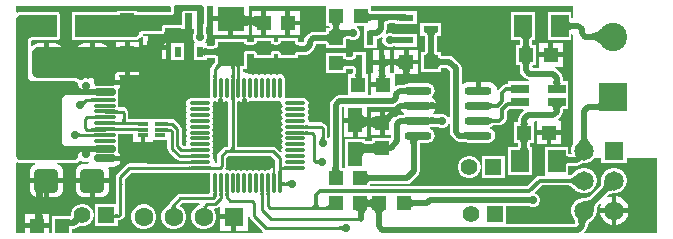
<source format=gbr>
G04*
G04 #@! TF.GenerationSoftware,Altium Limited,Altium Designer,24.2.2 (26)*
G04*
G04 Layer_Physical_Order=1*
G04 Layer_Color=255*
%FSLAX44Y44*%
%MOMM*%
G71*
G04*
G04 #@! TF.SameCoordinates,200C4C84-4450-49E8-9A81-A87B66CA8C1A*
G04*
G04*
G04 #@! TF.FilePolarity,Positive*
G04*
G01*
G75*
%ADD12C,0.2000*%
%ADD14C,0.2500*%
%ADD19R,1.2000X1.2000*%
%ADD20O,0.3000X1.8000*%
%ADD21O,1.8000X0.3000*%
%ADD22R,1.2000X1.2000*%
%ADD23R,0.6000X0.9000*%
%ADD24R,1.2000X2.0000*%
%ADD25R,1.5000X1.9000*%
%ADD26R,0.8500X0.3000*%
%ADD27R,1.5000X0.8000*%
G04:AMPARAMS|DCode=28|XSize=0.6mm|YSize=1.8mm|CornerRadius=0.15mm|HoleSize=0mm|Usage=FLASHONLY|Rotation=270.000|XOffset=0mm|YOffset=0mm|HoleType=Round|Shape=RoundedRectangle|*
%AMROUNDEDRECTD28*
21,1,0.6000,1.5000,0,0,270.0*
21,1,0.3000,1.8000,0,0,270.0*
1,1,0.3000,-0.7500,-0.1500*
1,1,0.3000,-0.7500,0.1500*
1,1,0.3000,0.7500,0.1500*
1,1,0.3000,0.7500,-0.1500*
%
%ADD28ROUNDEDRECTD28*%
G04:AMPARAMS|DCode=29|XSize=0.3mm|YSize=1.8mm|CornerRadius=0.075mm|HoleSize=0mm|Usage=FLASHONLY|Rotation=270.000|XOffset=0mm|YOffset=0mm|HoleType=Round|Shape=RoundedRectangle|*
%AMROUNDEDRECTD29*
21,1,0.3000,1.6500,0,0,270.0*
21,1,0.1500,1.8000,0,0,270.0*
1,1,0.1500,-0.8250,-0.0750*
1,1,0.1500,-0.8250,0.0750*
1,1,0.1500,0.8250,0.0750*
1,1,0.1500,0.8250,-0.0750*
%
%ADD29ROUNDEDRECTD29*%
G04:AMPARAMS|DCode=30|XSize=2mm|YSize=2mm|CornerRadius=0.3mm|HoleSize=0mm|Usage=FLASHONLY|Rotation=270.000|XOffset=0mm|YOffset=0mm|HoleType=Round|Shape=RoundedRectangle|*
%AMROUNDEDRECTD30*
21,1,2.0000,1.4000,0,0,270.0*
21,1,1.4000,2.0000,0,0,270.0*
1,1,0.6000,-0.7000,-0.7000*
1,1,0.6000,-0.7000,0.7000*
1,1,0.6000,0.7000,0.7000*
1,1,0.6000,0.7000,-0.7000*
%
%ADD30ROUNDEDRECTD30*%
%ADD31O,2.3000X0.7000*%
%ADD32R,2.2000X2.0000*%
%ADD33R,1.3000X0.6000*%
%ADD34R,0.6000X1.3000*%
%ADD60C,0.5000*%
%ADD61C,0.3000*%
%ADD62C,0.7000*%
%ADD63C,0.7000*%
%ADD64C,1.6500*%
%ADD65R,1.6500X1.6500*%
%ADD66R,1.3970X1.3970*%
%ADD67C,1.3970*%
%ADD68C,2.4000*%
%ADD69R,2.4000X2.4000*%
%ADD70C,1.6000*%
%ADD71R,1.6000X1.6000*%
%ADD72C,1.0000*%
G36*
X160528Y196596D02*
X160882Y196596D01*
X161535Y196325D01*
X162035Y195825D01*
X162306Y195172D01*
X162306Y194818D01*
X162306Y181042D01*
X156718D01*
Y182372D01*
X156718Y190754D01*
X156718D01*
X156693Y191002D01*
X156504Y191460D01*
X156153Y191810D01*
X155696Y191999D01*
X155448Y192024D01*
X145542Y192024D01*
X145195Y191990D01*
X144554Y191724D01*
X144064Y191234D01*
X143798Y190593D01*
X143764Y190246D01*
Y180086D01*
X129286D01*
X129286Y180086D01*
X128939Y180052D01*
X128298Y179786D01*
X127808Y179296D01*
X127542Y178655D01*
X127508Y178308D01*
Y176276D01*
X127508Y176276D01*
X127508Y175973D01*
X127276Y175413D01*
X126847Y174984D01*
X126287Y174752D01*
X125984Y174752D01*
X109474D01*
X109078Y174713D01*
X108345Y174410D01*
X107784Y173849D01*
X107481Y173116D01*
X107442Y172720D01*
X107442Y172720D01*
X107442Y172164D01*
X107016Y171137D01*
X106231Y170351D01*
X105204Y169926D01*
X104648Y169926D01*
X53594Y169926D01*
Y188722D01*
X135382D01*
X135729Y188756D01*
X136370Y189021D01*
X136861Y189512D01*
X137126Y190153D01*
X137160Y190500D01*
X137160Y195072D01*
D01*
Y195072D01*
Y195072D01*
X137160Y195375D01*
X137392Y195935D01*
X137821Y196364D01*
X138381Y196596D01*
X138684Y196596D01*
X160528Y196596D01*
X160528Y196596D01*
D02*
G37*
G36*
X133846Y196262D02*
X134610Y195376D01*
X134611Y195374D01*
X134611Y195071D01*
X134611Y191271D01*
X106290D01*
Y192196D01*
X89290D01*
Y191271D01*
X53594D01*
X52619Y191077D01*
X52608Y191070D01*
X51220D01*
Y189602D01*
X51045Y188722D01*
Y169926D01*
X51220Y169046D01*
Y167070D01*
X71220D01*
Y167377D01*
X89290Y167377D01*
Y167196D01*
X106290D01*
Y167617D01*
X107206Y167996D01*
X108033Y168549D01*
X108762Y169278D01*
X108819Y169335D01*
X109594Y170140D01*
X110650Y169930D01*
X110650Y169578D01*
Y162715D01*
X115062D01*
Y168402D01*
X115062Y169160D01*
X115642Y170560D01*
X115797Y170716D01*
X111922D01*
X111312Y171313D01*
X111003Y171985D01*
X111046Y172119D01*
X111114Y172200D01*
X111195Y172203D01*
X118092D01*
X118114Y172212D01*
X118872Y172212D01*
X126332Y172212D01*
X127262Y172397D01*
X127262Y172397D01*
X127823Y172629D01*
X128650Y173181D01*
X128684Y173216D01*
X129150D01*
Y173718D01*
X129631Y174437D01*
X129863Y174997D01*
X129863Y174997D01*
X130057Y175973D01*
X130057Y175973D01*
X130057Y175973D01*
X130057Y176267D01*
X130057Y176275D01*
X130057Y176276D01*
Y176285D01*
X130075Y177537D01*
X142860D01*
Y176950D01*
X146298D01*
X146555Y177207D01*
X146783Y177757D01*
X146812Y178054D01*
X146812Y189992D01*
X152908D01*
X152908Y176950D01*
X154338D01*
Y173114D01*
X153512Y171119D01*
Y168732D01*
X154425Y166527D01*
X155233Y165720D01*
X154707Y164450D01*
X153860D01*
Y150450D01*
X162236D01*
X162329Y150432D01*
X162422Y150450D01*
X164860D01*
Y152184D01*
X165170Y152250D01*
X166207Y152352D01*
X170568D01*
X170941Y152319D01*
X171477Y152231D01*
X171857Y152129D01*
X171920Y152103D01*
Y148179D01*
X171402Y147569D01*
X169186Y145354D01*
X168358Y144113D01*
X168067Y142650D01*
Y136253D01*
X168059Y135823D01*
X168038Y135525D01*
X168036Y135518D01*
X168036Y135510D01*
X168028Y135449D01*
X167812Y134360D01*
Y119360D01*
X167896Y118934D01*
X166816Y117853D01*
X166390Y117938D01*
X151390D01*
X149829Y117628D01*
X148506Y116744D01*
X147622Y115421D01*
X147312Y113860D01*
X147622Y112299D01*
X148250Y111360D01*
X147622Y110421D01*
X147312Y108860D01*
X147622Y107299D01*
X148250Y106360D01*
X147622Y105421D01*
X147312Y103860D01*
X147622Y102299D01*
X148250Y101360D01*
X147622Y100421D01*
X147312Y98860D01*
X147622Y97299D01*
X148250Y96360D01*
X147622Y95421D01*
X147312Y93860D01*
X147622Y92299D01*
X148250Y91360D01*
X147622Y90421D01*
X147312Y88860D01*
X147622Y87299D01*
X148250Y86360D01*
X147622Y85421D01*
X147312Y83860D01*
X147622Y82299D01*
X148250Y81360D01*
X147622Y80421D01*
X147312Y78860D01*
X147350Y78665D01*
X146545Y77683D01*
X144985D01*
X143713Y78955D01*
Y91827D01*
X143422Y93290D01*
X142594Y94530D01*
X137980Y99144D01*
X136740Y99972D01*
X135277Y100263D01*
X131860D01*
Y100440D01*
X129423D01*
X129330Y100458D01*
X129237Y100440D01*
X118360D01*
Y100440D01*
X117860D01*
Y100440D01*
X106983D01*
X106890Y100458D01*
X106844Y100449D01*
X106797Y100457D01*
X106340Y100440D01*
X104360D01*
Y100391D01*
X98732D01*
Y105508D01*
X98441Y106972D01*
X97613Y108212D01*
X96441Y109384D01*
X95201Y110212D01*
X93737Y110503D01*
X90657D01*
X90272Y110973D01*
Y112473D01*
X90019Y113741D01*
X89694Y114227D01*
X90019Y114714D01*
X90272Y115982D01*
Y117482D01*
X90019Y118750D01*
X89514Y119507D01*
X89976Y120199D01*
X90286Y121760D01*
Y124760D01*
X90091Y125740D01*
X90173Y125795D01*
X91389Y127614D01*
X91716Y129260D01*
X86922D01*
X86495Y128833D01*
X85748Y128524D01*
X71476D01*
X71203Y128524D01*
X70699Y128733D01*
X70313Y129118D01*
X70104Y129623D01*
Y129895D01*
Y131826D01*
X70103Y131826D01*
X70035Y132520D01*
X69505Y133801D01*
X68524Y134783D01*
X67242Y135314D01*
X66548Y135382D01*
X64821D01*
X65127Y134930D01*
X64979Y134563D01*
X64642Y134452D01*
X63866Y134660D01*
X62154D01*
X60501Y134217D01*
X59019Y133361D01*
X58791Y133133D01*
X58504Y133035D01*
X57274Y133118D01*
X57273Y133118D01*
X56518Y133873D01*
X56517Y133874D01*
X56517Y133874D01*
X56106Y134148D01*
X55691Y134426D01*
X55690Y134426D01*
X55690Y134426D01*
X54703Y134835D01*
X54703Y134835D01*
X54703Y134835D01*
X54273Y134920D01*
X53727Y135029D01*
X53727Y135029D01*
X53727Y135029D01*
X53196Y135028D01*
X53194Y135029D01*
X37048D01*
X37025Y135382D01*
X21844Y135382D01*
X20935D01*
X19254Y136078D01*
X17968Y137364D01*
X17272Y139045D01*
Y139954D01*
Y155956D01*
X17272Y156967D01*
X18045Y158834D01*
X19474Y160263D01*
X21342Y161036D01*
X22352Y161036D01*
X27210D01*
Y164320D01*
X22210D01*
X20383Y164080D01*
X18680Y163375D01*
X17281Y162301D01*
X16992Y162348D01*
X16011Y162766D01*
Y165737D01*
X16030Y165930D01*
X16222Y166394D01*
X16486Y166657D01*
X16950Y166850D01*
X17147Y166869D01*
X38100D01*
X39075Y167063D01*
X39086Y167070D01*
X40220D01*
Y168091D01*
X40455Y168443D01*
X40649Y169418D01*
X40649Y188468D01*
X40455Y189443D01*
X40220Y189795D01*
Y191070D01*
X20220D01*
Y191017D01*
X7366Y191017D01*
X6608Y191017D01*
X5633Y190823D01*
X4839Y190494D01*
X3636Y191199D01*
X3569Y191307D01*
Y196431D01*
X133526D01*
X133846Y196262D01*
D02*
G37*
G36*
X38100Y169418D02*
X17018D01*
X17018Y169418D01*
X16324Y169349D01*
X15042Y168818D01*
X14061Y167837D01*
X13530Y166556D01*
X13462Y165862D01*
Y136144D01*
X13462Y136144D01*
X13532Y135429D01*
X14080Y134108D01*
X15090Y133097D01*
X16411Y132550D01*
X17126Y132480D01*
X53194D01*
X53194Y132479D01*
X53728Y132480D01*
X54715Y132071D01*
X55471Y131315D01*
X55880Y130328D01*
X55880Y129794D01*
X55880Y129793D01*
X55950Y129079D01*
X56498Y127758D01*
X57508Y126747D01*
X58829Y126200D01*
X59544Y126130D01*
X84836Y126130D01*
Y120542D01*
X46610D01*
X46610Y120541D01*
X45762Y120458D01*
X44196Y119810D01*
X42996Y118613D01*
X42345Y117047D01*
X42260Y116200D01*
X42194Y81508D01*
X42194Y81508D01*
X42265Y80770D01*
X42828Y79406D01*
X43870Y78362D01*
X45233Y77797D01*
X45971Y77724D01*
X84836D01*
Y72136D01*
X58166D01*
X57720Y72092D01*
X56896Y71751D01*
X56265Y71120D01*
X55924Y70296D01*
X55880Y69850D01*
X55880Y68326D01*
Y67821D01*
X55493Y66887D01*
X54779Y66173D01*
X53845Y65786D01*
X7112D01*
Y65786D01*
X6405Y65786D01*
X5098Y66327D01*
X4097Y67328D01*
X3556Y68635D01*
Y69342D01*
Y184658D01*
X3556Y185416D01*
X4136Y186816D01*
X5208Y187888D01*
X6608Y188468D01*
X7366Y188468D01*
X38100Y188468D01*
X38100Y169418D01*
D02*
G37*
G36*
X265820Y179460D02*
X268427D01*
X269025Y178397D01*
X268469Y177410D01*
X265820D01*
Y174257D01*
X265757Y174231D01*
X265377Y174129D01*
X264841Y174041D01*
X264468Y174008D01*
X255270D01*
X253319Y173620D01*
X251665Y172515D01*
X248617Y169467D01*
X247512Y167813D01*
X247124Y165862D01*
Y165118D01*
X243531D01*
X243159Y165151D01*
X242623Y165239D01*
X242243Y165341D01*
X242180Y165367D01*
Y169196D01*
X225180D01*
Y166043D01*
X225117Y166017D01*
X224737Y165915D01*
X224201Y165827D01*
X223829Y165794D01*
X223211D01*
X222839Y165827D01*
X222303Y165915D01*
X221923Y166017D01*
X221860Y166043D01*
Y169196D01*
X204860D01*
Y166043D01*
X204797Y166017D01*
X204417Y165915D01*
X203881Y165827D01*
X203508Y165794D01*
X200100D01*
X199842Y165812D01*
X199267Y165887D01*
X198920Y165960D01*
Y167680D01*
X196483D01*
X196390Y167698D01*
X196297Y167680D01*
X171920D01*
Y162797D01*
X171857Y162771D01*
X171477Y162669D01*
X170941Y162581D01*
X170568Y162548D01*
X166046D01*
X165784Y162566D01*
X165210Y162642D01*
X164860Y162716D01*
Y164450D01*
X164317D01*
X163791Y165720D01*
X164599Y166527D01*
X165512Y168732D01*
Y171119D01*
X164599Y173325D01*
X164534Y173389D01*
Y178446D01*
X164534Y178450D01*
X164860D01*
Y180888D01*
X164878Y180980D01*
X164860Y181073D01*
Y192450D01*
X164855D01*
X164855Y194818D01*
X164855Y195172D01*
X164855Y195172D01*
X164855Y195172D01*
X165526Y196203D01*
X165882Y196431D01*
X165882Y196431D01*
X170420D01*
Y187180D01*
X185420D01*
X196390D01*
Y190438D01*
X196460Y189773D01*
X196670Y189178D01*
X197020Y188653D01*
X197509Y188198D01*
X198139Y187813D01*
X198909Y187498D01*
X199820Y187253D01*
X200257Y187180D01*
X200420D01*
Y196431D01*
X265820D01*
Y179460D01*
D02*
G37*
G36*
X475234Y186455D02*
X473964Y185592D01*
X473914Y185611D01*
X473810Y185722D01*
Y191070D01*
X453810D01*
Y167070D01*
X473810D01*
Y172418D01*
X473914Y172528D01*
X473964Y172549D01*
X475234Y171685D01*
Y79093D01*
X474493Y77809D01*
X473760Y75075D01*
Y72245D01*
X473855Y71891D01*
X473082Y70884D01*
X472630D01*
X472262Y70917D01*
X471731Y71005D01*
X471357Y71106D01*
X471270Y71141D01*
Y76770D01*
X451270D01*
Y52770D01*
X450179Y52338D01*
X446786D01*
X446786Y52338D01*
X445225Y52028D01*
X443902Y51144D01*
X443902Y51144D01*
X436461Y43702D01*
X302886D01*
Y44913D01*
X302949Y44939D01*
X303329Y45041D01*
X303865Y45129D01*
X304237Y45162D01*
X334402D01*
X336353Y45550D01*
X338007Y46655D01*
X343711Y52359D01*
X344816Y54013D01*
X345204Y55964D01*
Y78987D01*
X345237Y79365D01*
X345326Y79904D01*
X345416Y80243D01*
X352070D01*
X354411Y80708D01*
X356396Y82034D01*
X357722Y84019D01*
X358187Y86360D01*
X357722Y88701D01*
X356396Y90686D01*
X354411Y92012D01*
X354156Y92063D01*
Y93357D01*
X354411Y93408D01*
X354926Y93752D01*
X354958Y93763D01*
X354987Y93769D01*
X357962Y93962D01*
X360595D01*
X360837Y93719D01*
X363042Y92806D01*
X365429D01*
X367635Y93719D01*
X369323Y95407D01*
X369552Y95961D01*
X370822Y95709D01*
Y89289D01*
X371210Y87338D01*
X372315Y85684D01*
X375244Y82755D01*
X376898Y81650D01*
X378849Y81262D01*
X381834D01*
X382778Y81230D01*
X383762Y81138D01*
X384040Y81095D01*
X384182Y81063D01*
X384214Y81052D01*
X384729Y80708D01*
X387070Y80243D01*
X403070D01*
X405411Y80708D01*
X407396Y82034D01*
X408722Y84019D01*
X409188Y86360D01*
X408722Y88701D01*
X407396Y90686D01*
X405411Y92012D01*
X405156Y92063D01*
Y93357D01*
X405411Y93408D01*
X406316Y94012D01*
X406345Y94026D01*
X406359Y94042D01*
X407396Y94734D01*
X407516Y94915D01*
X408310Y94982D01*
X412750D01*
X412750Y94982D01*
X414311Y95292D01*
X415634Y96176D01*
X418174Y98716D01*
X418174Y98716D01*
X419058Y100039D01*
X419368Y101600D01*
Y106810D01*
X420986Y108427D01*
X422695D01*
X422785Y108409D01*
X422881Y108427D01*
X432946D01*
X433331Y107157D01*
X433070Y106983D01*
X430141Y104054D01*
X429036Y102400D01*
X428648Y100449D01*
Y98751D01*
X428615Y98379D01*
X428527Y97843D01*
X428425Y97463D01*
X428399Y97400D01*
X425246D01*
Y80400D01*
X428399D01*
X428425Y80337D01*
X428527Y79957D01*
X428615Y79421D01*
X428648Y79049D01*
Y78124D01*
X428615Y77752D01*
X428527Y77217D01*
X428425Y76837D01*
X428398Y76770D01*
X420270D01*
Y52770D01*
X440270D01*
Y74154D01*
X440289Y74248D01*
X440270Y74339D01*
Y76770D01*
X438949D01*
X438914Y76988D01*
X438844Y77928D01*
Y79049D01*
X438877Y79421D01*
X438965Y79957D01*
X439067Y80337D01*
X439093Y80400D01*
X442246D01*
Y97400D01*
X443152Y98280D01*
X444746D01*
Y90900D01*
X454746D01*
X464746D01*
Y98900D01*
X462869D01*
X462343Y100170D01*
X464875Y102702D01*
X465980Y104356D01*
X466368Y106307D01*
Y107432D01*
X466389Y107696D01*
X466466Y108194D01*
X466523Y108427D01*
X471270D01*
Y119427D01*
Y132427D01*
X466625D01*
X466590Y132514D01*
X466489Y132889D01*
X466400Y133419D01*
X466368Y133787D01*
Y135376D01*
X465980Y137327D01*
X464875Y138981D01*
X461567Y142289D01*
X459913Y143394D01*
X459802Y143416D01*
X459927Y144686D01*
X466270D01*
Y152686D01*
X456270D01*
X446270D01*
Y145052D01*
X446270Y144686D01*
X445387Y143782D01*
X440932D01*
X440408Y145002D01*
X440905Y146186D01*
X443770D01*
Y163186D01*
X440617D01*
X440591Y163249D01*
X440489Y163629D01*
X440401Y164165D01*
X440368Y164538D01*
Y165718D01*
X440401Y166091D01*
X440489Y166627D01*
X440591Y167007D01*
X440617Y167070D01*
X442810D01*
Y169586D01*
X442819Y169631D01*
X442810Y169676D01*
Y191070D01*
X422810D01*
Y167070D01*
X429923D01*
X429949Y167007D01*
X430051Y166627D01*
X430139Y166091D01*
X430172Y165718D01*
Y164538D01*
X430139Y164165D01*
X430051Y163629D01*
X429949Y163249D01*
X429923Y163186D01*
X426770D01*
Y146186D01*
X429923D01*
X429949Y146123D01*
X430051Y145743D01*
X430139Y145207D01*
X430172Y144834D01*
Y141613D01*
X430560Y139662D01*
X431665Y138008D01*
X434594Y135079D01*
X436248Y133974D01*
X437639Y133697D01*
X437514Y132427D01*
X420270D01*
Y129761D01*
X418270D01*
X418270Y129761D01*
X416709Y129451D01*
X415386Y128567D01*
X415386Y128566D01*
X412406Y125587D01*
X411872Y124788D01*
X410551Y125096D01*
X410377Y126418D01*
X409621Y128242D01*
X408419Y129809D01*
X406852Y131011D01*
X405028Y131767D01*
X403070Y132025D01*
X397070D01*
Y124460D01*
X393070D01*
Y132025D01*
X387070D01*
X385112Y131767D01*
X383288Y131011D01*
X382288Y130244D01*
X381018Y130871D01*
Y143121D01*
X380630Y145072D01*
X379525Y146726D01*
X374056Y152195D01*
X372402Y153300D01*
X370451Y153688D01*
X364776D01*
X364403Y153721D01*
X363867Y153809D01*
X363487Y153911D01*
X363424Y153937D01*
Y157090D01*
X360144D01*
X360118Y157153D01*
X360016Y157533D01*
X359928Y158069D01*
X359895Y158441D01*
Y169678D01*
X359928Y170051D01*
X360016Y170587D01*
X360118Y170967D01*
X360144Y171030D01*
X363670D01*
Y182030D01*
X345670D01*
Y171030D01*
X349450D01*
X349476Y170967D01*
X349578Y170587D01*
X349666Y170051D01*
X349699Y169678D01*
Y158441D01*
X349666Y158069D01*
X349578Y157533D01*
X349476Y157153D01*
X349450Y157090D01*
X346424D01*
Y140090D01*
X363424D01*
Y143243D01*
X363487Y143269D01*
X363867Y143371D01*
X364403Y143459D01*
X364776Y143492D01*
X368339D01*
X370822Y141009D01*
Y101903D01*
X369552Y101651D01*
X369323Y102205D01*
X367635Y103893D01*
X365429Y104806D01*
X363042D01*
X361478Y104158D01*
X357306D01*
X356558Y104183D01*
X356306Y104653D01*
X356206Y105480D01*
X357419Y106411D01*
X358621Y107978D01*
X359152Y109258D01*
X358554Y109255D01*
X354622Y109000D01*
X354269Y108920D01*
X354001Y108830D01*
X353820Y108729D01*
Y109760D01*
X344070D01*
Y113760D01*
X353820D01*
Y114791D01*
X354001Y114690D01*
X354269Y114600D01*
X354622Y114520D01*
X355062Y114451D01*
X356201Y114345D01*
X358554Y114265D01*
X359152Y114262D01*
X358621Y115542D01*
X357419Y117109D01*
X355852Y118311D01*
X355748Y118354D01*
X355624Y119618D01*
X356396Y120134D01*
X357722Y122119D01*
X358187Y124460D01*
X357722Y126801D01*
X356396Y128786D01*
X354411Y130112D01*
X352070Y130577D01*
X336070D01*
X333729Y130112D01*
X333123Y129707D01*
X332949Y129639D01*
X332827Y129561D01*
X332770Y129535D01*
X332585Y129473D01*
X332285Y129398D01*
X331953Y129337D01*
X329857Y129175D01*
X328557D01*
X326606Y128787D01*
X325300Y127915D01*
X324030Y128414D01*
Y138314D01*
X324030Y138590D01*
X324697Y138590D01*
X331418D01*
X331406Y139136D01*
X331261Y140524D01*
X331134Y141089D01*
X330972Y141566D01*
X330773Y141957D01*
X330537Y142260D01*
X330266Y142477D01*
X329958Y142608D01*
X329614Y142651D01*
X331924D01*
Y146590D01*
X327954D01*
Y143420D01*
X327905Y143895D01*
X327755Y144320D01*
X327505Y144695D01*
X327155Y145020D01*
X326704Y145295D01*
X326155Y145520D01*
X325504Y145695D01*
X324754Y145820D01*
X323924Y145893D01*
Y139816D01*
X323924Y139540D01*
X323257Y139540D01*
X320030D01*
Y145894D01*
X319188Y145820D01*
X318434Y145695D01*
X317780Y145520D01*
X317227Y145295D01*
X316774Y145020D01*
X316422Y144695D01*
X316170Y144320D01*
X316019Y143895D01*
X315969Y143420D01*
Y146250D01*
X313030D01*
Y148250D01*
D01*
Y146250D01*
X306030D01*
Y139540D01*
X304030D01*
Y131540D01*
X314030D01*
Y127540D01*
X304030D01*
Y120414D01*
X302541D01*
X301530Y121040D01*
X301530Y121684D01*
Y138040D01*
X299675D01*
X299530Y139250D01*
X299530Y139250D01*
Y141687D01*
X299548Y141781D01*
X299530Y141874D01*
Y157250D01*
X288530D01*
Y153427D01*
X288467Y153401D01*
X288087Y153299D01*
X287551Y153211D01*
X287178Y153178D01*
X284172D01*
X283799Y153211D01*
X283263Y153299D01*
X282883Y153401D01*
X282820Y153427D01*
Y156410D01*
X265820D01*
Y139410D01*
X282820D01*
Y142733D01*
X282883Y142759D01*
X283263Y142861D01*
X283799Y142949D01*
X284172Y142982D01*
X287178D01*
X287551Y142949D01*
X288087Y142861D01*
X288432Y142768D01*
Y139391D01*
X288399Y139019D01*
X288311Y138483D01*
X288209Y138103D01*
X288183Y138040D01*
X284530D01*
Y121684D01*
X284530Y121040D01*
X283519Y120414D01*
X276995D01*
X275044Y120026D01*
X273390Y118921D01*
X270461Y115992D01*
X269356Y114338D01*
X268968Y112387D01*
Y84682D01*
X267812Y84191D01*
X267037Y84871D01*
X267008Y84911D01*
X266986Y84992D01*
X266967Y85087D01*
Y92300D01*
X266676Y93763D01*
X265848Y95003D01*
X264383Y96468D01*
X263143Y97297D01*
X261679Y97588D01*
X252216D01*
X251411Y98569D01*
X251468Y98860D01*
X251158Y100421D01*
X250530Y101360D01*
X251158Y102299D01*
X251468Y103860D01*
X251158Y105421D01*
X250530Y106360D01*
X251158Y107299D01*
X251468Y108860D01*
X251158Y110421D01*
X250530Y111360D01*
X251158Y112299D01*
X251468Y113860D01*
X251158Y115421D01*
X250274Y116744D01*
X248951Y117628D01*
X247390Y117938D01*
X232390D01*
X231964Y117853D01*
X230884Y118934D01*
X230968Y119360D01*
Y134360D01*
X230658Y135921D01*
X229774Y137244D01*
X228451Y138128D01*
X226890Y138438D01*
X225329Y138128D01*
X224390Y137500D01*
X223451Y138128D01*
X221890Y138438D01*
X220329Y138128D01*
X219390Y137500D01*
X218451Y138128D01*
X216890Y138438D01*
X215329Y138128D01*
X214390Y137500D01*
X213451Y138128D01*
X211890Y138438D01*
X210329Y138128D01*
X209390Y137500D01*
X208451Y138128D01*
X206890Y138438D01*
X205329Y138128D01*
X204390Y137500D01*
X203451Y138128D01*
X201890Y138438D01*
X200910Y138243D01*
X200855Y138325D01*
X199036Y139541D01*
X196890Y139968D01*
X196695Y139929D01*
X195713Y140735D01*
Y142680D01*
X198920D01*
Y155341D01*
X199007Y155376D01*
X199382Y155477D01*
X199911Y155566D01*
X200280Y155598D01*
X203508D01*
X203881Y155565D01*
X204417Y155477D01*
X204797Y155375D01*
X204860Y155349D01*
Y152196D01*
X221860D01*
Y155349D01*
X221923Y155375D01*
X222303Y155477D01*
X222839Y155565D01*
X223211Y155598D01*
X223829D01*
X224201Y155565D01*
X224737Y155477D01*
X225117Y155375D01*
X225180Y155349D01*
Y152196D01*
X242180D01*
Y154673D01*
X242243Y154699D01*
X242623Y154801D01*
X243159Y154889D01*
X243531Y154922D01*
X249293D01*
X251244Y155310D01*
X252898Y156415D01*
X255827Y159344D01*
X256932Y160998D01*
X257320Y162949D01*
Y163750D01*
X257382Y163812D01*
X264468D01*
X264841Y163779D01*
X265377Y163691D01*
X265757Y163589D01*
X265820Y163563D01*
Y160410D01*
X282820D01*
Y167625D01*
X282888Y167653D01*
X283268Y167755D01*
X283803Y167843D01*
X284174Y167876D01*
X285427D01*
X287605Y166974D01*
X289991D01*
X292197Y167887D01*
X293885Y169575D01*
X294798Y171780D01*
Y174167D01*
X293885Y176373D01*
X292197Y178061D01*
X291884Y178190D01*
X292137Y179460D01*
X297885D01*
X298030Y178250D01*
X298030D01*
Y160250D01*
X309030D01*
Y168152D01*
X309491D01*
X311442Y168540D01*
X313051Y169615D01*
X313164Y169594D01*
X314117Y168870D01*
X313786Y168071D01*
Y165685D01*
X314699Y163479D01*
X316387Y161791D01*
X318592Y160878D01*
X320979D01*
X323185Y161791D01*
X323249Y161856D01*
X324665D01*
X324670Y161856D01*
Y161530D01*
X327108D01*
X327201Y161511D01*
X327293Y161530D01*
X342670D01*
Y172530D01*
X327401D01*
X327345Y172544D01*
X327272Y172534D01*
X327201Y172549D01*
X327108Y172530D01*
X324670D01*
Y172102D01*
X323817Y172052D01*
X322974D01*
X320979Y172878D01*
X318592D01*
X317435Y172398D01*
X316593Y173424D01*
X317130Y174228D01*
X317518Y176179D01*
Y180932D01*
X317833Y181042D01*
X318399Y181192D01*
X319038Y181314D01*
X319750Y181405D01*
X320128Y181432D01*
X323900D01*
X324556Y181400D01*
X324670Y181388D01*
Y180530D01*
X327108D01*
X327201Y180511D01*
X327294Y180530D01*
X342670D01*
Y191530D01*
X333662D01*
X333170Y191628D01*
X305173D01*
X304802Y191661D01*
X304267Y191749D01*
X303887Y191851D01*
X303820Y191878D01*
Y196431D01*
X475234D01*
Y186455D01*
D02*
G37*
G36*
X327201Y189000D02*
Y183060D01*
X327150Y183245D01*
X327001Y183410D01*
X326750Y183555D01*
X326400Y183681D01*
X325951Y183788D01*
X325401Y183875D01*
X324751Y183943D01*
X323150Y184020D01*
X322201Y184030D01*
Y189030D01*
X327201Y189000D01*
D02*
G37*
G36*
X301311Y191055D02*
X301463Y190630D01*
X301715Y190255D01*
X302068Y189930D01*
X302521Y189655D01*
X303074Y189430D01*
X303727Y189255D01*
X304481Y189130D01*
X305335Y189055D01*
X306290Y189030D01*
Y184030D01*
X305340Y184010D01*
X303739Y183846D01*
X303090Y183704D01*
X302540Y183520D01*
X302090Y183296D01*
X301740Y183031D01*
X301490Y182725D01*
X301339Y182378D01*
X301290Y181991D01*
X301259Y191530D01*
X301311Y191055D01*
D02*
G37*
G36*
X321385Y184030D02*
X320412Y184008D01*
X319497Y183942D01*
X318637Y183832D01*
X317833Y183678D01*
X317085Y183481D01*
X316394Y183239D01*
X315758Y182954D01*
X315179Y182624D01*
X314655Y182251D01*
X314188Y181833D01*
X315349Y186530D01*
Y189030D01*
X321385Y184030D01*
D02*
G37*
G36*
X162255Y180931D02*
X162188Y180781D01*
X162129Y180530D01*
X162078Y180180D01*
X161999Y179181D01*
X161936Y175980D01*
X156936D01*
X156931Y176931D01*
X156740Y180180D01*
X156669Y180530D01*
X156587Y180781D01*
X156494Y180930D01*
X156390Y180980D01*
X162329D01*
X162255Y180931D01*
D02*
G37*
G36*
X278845Y181971D02*
X278420Y181820D01*
X278045Y181568D01*
X277720Y181216D01*
X277445Y180763D01*
X277220Y180210D01*
X277045Y179556D01*
X276920Y178801D01*
X276888Y178439D01*
X276920Y178079D01*
X277045Y177330D01*
X277220Y176679D01*
X277445Y176129D01*
X277720Y175679D01*
X278045Y175329D01*
X278420Y175079D01*
X278845Y174930D01*
X279320Y174879D01*
X269320D01*
X269795Y174930D01*
X270220Y175079D01*
X270595Y175329D01*
X270920Y175679D01*
X271195Y176129D01*
X271420Y176679D01*
X271595Y177330D01*
X271720Y178079D01*
X271752Y178439D01*
X271720Y178801D01*
X271595Y179556D01*
X271420Y180210D01*
X271195Y180763D01*
X270920Y181216D01*
X270595Y181568D01*
X270220Y181820D01*
X269795Y181971D01*
X269320Y182021D01*
X279320D01*
X278845Y181971D01*
D02*
G37*
G36*
X471329Y183595D02*
X471479Y183170D01*
X471730Y182795D01*
X472080Y182470D01*
X472529Y182195D01*
X473079Y181970D01*
X473730Y181795D01*
X474479Y181670D01*
X475330Y181595D01*
X476279Y181570D01*
Y176570D01*
X475330Y176545D01*
X474479Y176470D01*
X473730Y176345D01*
X473079Y176170D01*
X472529Y175945D01*
X472080Y175670D01*
X471730Y175345D01*
X471479Y174970D01*
X471329Y174545D01*
X471279Y174070D01*
Y184070D01*
X471329Y183595D01*
D02*
G37*
G36*
X309491Y170750D02*
X308917Y170745D01*
X307226Y170627D01*
X306954Y170573D01*
X306742Y170509D01*
X306591Y170435D01*
X306500Y170352D01*
X306469Y170259D01*
X306500Y175720D01*
X309491Y175750D01*
Y170750D01*
D02*
G37*
G36*
X359322Y173541D02*
X358897Y173390D01*
X358522Y173138D01*
X358197Y172786D01*
X357922Y172333D01*
X357697Y171780D01*
X357522Y171126D01*
X357397Y170371D01*
X357322Y169516D01*
X357297Y168561D01*
X352297D01*
X352272Y169516D01*
X352197Y170371D01*
X352072Y171126D01*
X351897Y171780D01*
X351672Y172333D01*
X351397Y172786D01*
X351072Y173138D01*
X350697Y173390D01*
X350272Y173541D01*
X349797Y173591D01*
X359797D01*
X359322Y173541D01*
D02*
G37*
G36*
X285289Y170474D02*
X284336Y170449D01*
X283482Y170374D01*
X282729Y170249D01*
X282075Y170074D01*
X281522Y169849D01*
X281069Y169574D01*
X280716Y169249D01*
X280464Y168874D01*
X280311Y168449D01*
X280259Y167974D01*
X280289Y174879D01*
X285289Y175474D01*
Y170474D01*
D02*
G37*
G36*
X327201Y164060D02*
X327150Y164135D01*
X327001Y164202D01*
X326750Y164261D01*
X326400Y164312D01*
X325401Y164391D01*
X322201Y164454D01*
Y169454D01*
X323150Y169459D01*
X326400Y169650D01*
X326750Y169721D01*
X327001Y169803D01*
X327150Y169896D01*
X327201Y170000D01*
Y164060D01*
D02*
G37*
G36*
X268381Y163910D02*
X268331Y164385D01*
X268180Y164810D01*
X267928Y165185D01*
X267576Y165510D01*
X267123Y165785D01*
X266570Y166010D01*
X265916Y166185D01*
X265161Y166310D01*
X264306Y166385D01*
X263351Y166410D01*
Y171410D01*
X264306Y171435D01*
X265161Y171510D01*
X265916Y171635D01*
X266570Y171810D01*
X267123Y172035D01*
X267576Y172310D01*
X267928Y172635D01*
X268180Y173010D01*
X268331Y173435D01*
X268381Y173910D01*
Y163910D01*
D02*
G37*
G36*
X227741Y155696D02*
X227691Y156171D01*
X227540Y156596D01*
X227288Y156971D01*
X226936Y157296D01*
X226483Y157571D01*
X225930Y157796D01*
X225276Y157971D01*
X224522Y158096D01*
X223666Y158171D01*
X223520Y158175D01*
X223374Y158171D01*
X222519Y158096D01*
X221764Y157971D01*
X221110Y157796D01*
X220557Y157571D01*
X220104Y157296D01*
X219752Y156971D01*
X219500Y156596D01*
X219349Y156171D01*
X219299Y155696D01*
Y165696D01*
X219349Y165221D01*
X219500Y164796D01*
X219752Y164421D01*
X220104Y164096D01*
X220557Y163821D01*
X221110Y163596D01*
X221764Y163421D01*
X222519Y163296D01*
X223374Y163221D01*
X223520Y163217D01*
X223666Y163221D01*
X224522Y163296D01*
X225276Y163421D01*
X225930Y163596D01*
X226483Y163821D01*
X226936Y164096D01*
X227288Y164421D01*
X227540Y164796D01*
X227691Y165221D01*
X227741Y165696D01*
Y155696D01*
D02*
G37*
G36*
X500700Y161780D02*
X499556Y162901D01*
X497338Y164789D01*
X496266Y165556D01*
X495217Y166205D01*
X494192Y166736D01*
X493191Y167149D01*
X492215Y167444D01*
X491262Y167621D01*
X490333Y167680D01*
Y172680D01*
X491262Y172739D01*
X492215Y172916D01*
X493191Y173211D01*
X494192Y173624D01*
X495217Y174155D01*
X496266Y174804D01*
X497338Y175571D01*
X498435Y176456D01*
X500700Y178580D01*
Y161780D01*
D02*
G37*
G36*
X439795Y169581D02*
X439370Y169430D01*
X438995Y169178D01*
X438670Y168826D01*
X438395Y168373D01*
X438170Y167820D01*
X437995Y167166D01*
X437870Y166411D01*
X437795Y165556D01*
X437784Y165128D01*
X437795Y164700D01*
X437870Y163845D01*
X437995Y163090D01*
X438170Y162436D01*
X438395Y161883D01*
X438670Y161430D01*
X438995Y161078D01*
X439370Y160826D01*
X439795Y160675D01*
X440270Y160625D01*
X430270D01*
X430745Y160675D01*
X431170Y160826D01*
X431545Y161078D01*
X431870Y161430D01*
X432145Y161883D01*
X432370Y162436D01*
X432545Y163090D01*
X432670Y163845D01*
X432745Y164700D01*
X432756Y165128D01*
X432745Y165556D01*
X432670Y166411D01*
X432545Y167166D01*
X432370Y167820D01*
X432145Y168373D01*
X431870Y168826D01*
X431545Y169178D01*
X431170Y169430D01*
X430745Y169581D01*
X430270Y169631D01*
X440270D01*
X439795Y169581D01*
D02*
G37*
G36*
X207421Y155696D02*
X207371Y156171D01*
X207220Y156596D01*
X206968Y156971D01*
X206616Y157296D01*
X206163Y157571D01*
X205610Y157796D01*
X204956Y157971D01*
X204202Y158096D01*
X203346Y158171D01*
X202390Y158196D01*
Y163196D01*
X203346Y163221D01*
X204202Y163296D01*
X204956Y163421D01*
X205610Y163596D01*
X206163Y163821D01*
X206616Y164096D01*
X206968Y164421D01*
X207220Y164796D01*
X207371Y165221D01*
X207421Y165696D01*
Y155696D01*
D02*
G37*
G36*
X196439Y164778D02*
X196590Y164446D01*
X196840Y164153D01*
X197190Y163899D01*
X197640Y163684D01*
X198190Y163509D01*
X198839Y163372D01*
X199590Y163274D01*
X200439Y163216D01*
X201390Y163196D01*
Y158196D01*
X200439Y158171D01*
X199590Y158096D01*
X198839Y157971D01*
X198190Y157796D01*
X197640Y157571D01*
X197190Y157296D01*
X196840Y156971D01*
X196590Y156596D01*
X196439Y156171D01*
X196390Y155696D01*
Y165149D01*
X196439Y164778D01*
D02*
G37*
G36*
X239669Y164545D02*
X239820Y164120D01*
X240072Y163745D01*
X240424Y163420D01*
X240877Y163145D01*
X241430Y162920D01*
X242084Y162745D01*
X242838Y162620D01*
X243694Y162545D01*
X244650Y162520D01*
Y157520D01*
X243694Y157495D01*
X242838Y157420D01*
X242084Y157295D01*
X241430Y157120D01*
X240877Y156895D01*
X240424Y156620D01*
X240072Y156295D01*
X239820Y155920D01*
X239669Y155495D01*
X239619Y155020D01*
Y165020D01*
X239669Y164545D01*
D02*
G37*
G36*
X357322Y158604D02*
X357397Y157748D01*
X357522Y156994D01*
X357697Y156340D01*
X357922Y155787D01*
X358197Y155334D01*
X358522Y154982D01*
X358897Y154730D01*
X359322Y154579D01*
X359797Y154529D01*
X349797D01*
X350272Y154579D01*
X350697Y154730D01*
X351072Y154982D01*
X351397Y155334D01*
X351672Y155787D01*
X351897Y156340D01*
X352072Y156994D01*
X352197Y157748D01*
X352272Y158604D01*
X352297Y159559D01*
X357297D01*
X357322Y158604D01*
D02*
G37*
G36*
X162379Y161545D02*
X162529Y161210D01*
X162779Y160915D01*
X163129Y160659D01*
X163579Y160442D01*
X164129Y160265D01*
X164779Y160127D01*
X165529Y160029D01*
X166379Y159970D01*
X167329Y159950D01*
Y154950D01*
X166379Y154930D01*
X164779Y154773D01*
X164129Y154635D01*
X163579Y154458D01*
X163129Y154241D01*
X162779Y153985D01*
X162529Y153689D01*
X162379Y153355D01*
X162329Y152980D01*
Y161919D01*
X162379Y161545D01*
D02*
G37*
G36*
X174481Y152450D02*
X174431Y152925D01*
X174280Y153350D01*
X174028Y153725D01*
X173676Y154050D01*
X173223Y154325D01*
X172670Y154550D01*
X172016Y154725D01*
X171262Y154850D01*
X170406Y154925D01*
X169450Y154950D01*
Y159950D01*
X170406Y159975D01*
X171262Y160050D01*
X172016Y160175D01*
X172670Y160350D01*
X173223Y160575D01*
X173676Y160850D01*
X174028Y161175D01*
X174280Y161550D01*
X174431Y161975D01*
X174481Y162450D01*
Y152450D01*
D02*
G37*
G36*
X177986Y145241D02*
X177794Y145379D01*
X177567Y145447D01*
X177303Y145444D01*
X177003Y145370D01*
X176668Y145226D01*
X176296Y145010D01*
X175889Y144725D01*
X175445Y144368D01*
X174450Y143443D01*
X172683Y145211D01*
X173181Y145726D01*
X173965Y146649D01*
X174251Y147056D01*
X174466Y147428D01*
X174610Y147763D01*
X174684Y148063D01*
X174687Y148327D01*
X174619Y148554D01*
X174481Y148746D01*
X177986Y145241D01*
D02*
G37*
G36*
X439795Y148697D02*
X439370Y148546D01*
X438995Y148294D01*
X438670Y147942D01*
X438395Y147489D01*
X438170Y146936D01*
X437995Y146282D01*
X437870Y145527D01*
X437795Y144672D01*
X437770Y143716D01*
X432770D01*
X432745Y144672D01*
X432670Y145527D01*
X432545Y146282D01*
X432370Y146936D01*
X432145Y147489D01*
X431870Y147942D01*
X431545Y148294D01*
X431170Y148546D01*
X430745Y148697D01*
X430270Y148747D01*
X440270D01*
X439795Y148697D01*
D02*
G37*
G36*
X360913Y153115D02*
X361064Y152690D01*
X361316Y152315D01*
X361668Y151990D01*
X362121Y151715D01*
X362674Y151490D01*
X363328Y151315D01*
X364082Y151190D01*
X364938Y151115D01*
X365894Y151090D01*
Y146090D01*
X364938Y146065D01*
X364082Y145990D01*
X363328Y145865D01*
X362674Y145690D01*
X362121Y145465D01*
X361668Y145190D01*
X361316Y144865D01*
X361064Y144490D01*
X360913Y144065D01*
X360863Y143590D01*
Y153590D01*
X360913Y153115D01*
D02*
G37*
G36*
X291091Y143080D02*
X291041Y143555D01*
X290890Y143980D01*
X290638Y144355D01*
X290286Y144680D01*
X289833Y144955D01*
X289280Y145180D01*
X288626Y145355D01*
X287871Y145480D01*
X287016Y145555D01*
X286061Y145580D01*
Y150580D01*
X287016Y150605D01*
X287871Y150680D01*
X288626Y150805D01*
X289280Y150980D01*
X289833Y151205D01*
X290286Y151480D01*
X290638Y151805D01*
X290890Y152180D01*
X291041Y152605D01*
X291091Y153080D01*
Y143080D01*
D02*
G37*
G36*
X280309Y152605D02*
X280460Y152180D01*
X280712Y151805D01*
X281064Y151480D01*
X281517Y151205D01*
X282070Y150980D01*
X282724Y150805D01*
X283479Y150680D01*
X284334Y150605D01*
X285289Y150580D01*
Y145580D01*
X284334Y145555D01*
X283479Y145480D01*
X282724Y145355D01*
X282070Y145180D01*
X281517Y144955D01*
X281064Y144680D01*
X280712Y144355D01*
X280460Y143980D01*
X280309Y143555D01*
X280259Y143080D01*
Y153080D01*
X280309Y152605D01*
D02*
G37*
G36*
X194153Y145216D02*
X193940Y145140D01*
X193752Y145013D01*
X193590Y144836D01*
X193452Y144608D01*
X193340Y144330D01*
X193253Y144001D01*
X193190Y143621D01*
X193153Y143191D01*
X193140Y142711D01*
X190640D01*
X190627Y143191D01*
X190590Y143621D01*
X190527Y144001D01*
X190440Y144330D01*
X190327Y144608D01*
X190190Y144836D01*
X190028Y145013D01*
X189840Y145140D01*
X189627Y145216D01*
X189390Y145241D01*
X194390D01*
X194153Y145216D01*
D02*
G37*
G36*
X189153D02*
X188940Y145140D01*
X188752Y145013D01*
X188590Y144836D01*
X188452Y144608D01*
X188340Y144330D01*
X188253Y144001D01*
X188190Y143621D01*
X188153Y143191D01*
X188140Y142711D01*
X185640D01*
X185627Y143191D01*
X185590Y143621D01*
X185527Y144001D01*
X185440Y144330D01*
X185327Y144608D01*
X185190Y144836D01*
X185028Y145013D01*
X184840Y145140D01*
X184627Y145216D01*
X184390Y145241D01*
X189390D01*
X189153Y145216D01*
D02*
G37*
G36*
X316005Y141730D02*
X316010Y141580D01*
X316015Y140510D01*
X316030D01*
X316055Y139554D01*
X316130Y138699D01*
X316255Y137944D01*
X316430Y137290D01*
X316655Y136737D01*
X316930Y136284D01*
X317255Y135932D01*
X317630Y135680D01*
X318055Y135529D01*
X318530Y135479D01*
X308530D01*
X309005Y135529D01*
X309430Y135680D01*
X309805Y135932D01*
X310130Y136284D01*
X310405Y136737D01*
X310630Y137290D01*
X310805Y137944D01*
X310930Y138699D01*
X310946Y138881D01*
X310875Y139980D01*
X310788Y140531D01*
X310681Y140981D01*
X310555Y141330D01*
X310410Y141580D01*
X310245Y141730D01*
X310061Y141781D01*
X316000D01*
X316005Y141730D01*
D02*
G37*
G36*
X296815D02*
X296651Y141580D01*
X296505Y141330D01*
X296379Y140981D01*
X296272Y140531D01*
X296185Y139980D01*
X296117Y139331D01*
X296102Y139017D01*
X296130Y138699D01*
X296255Y137944D01*
X296430Y137290D01*
X296655Y136737D01*
X296930Y136284D01*
X297255Y135932D01*
X297630Y135680D01*
X298055Y135529D01*
X298530Y135479D01*
X288530D01*
X289005Y135529D01*
X289430Y135680D01*
X289805Y135932D01*
X290130Y136284D01*
X290405Y136737D01*
X290630Y137290D01*
X290805Y137944D01*
X290930Y138699D01*
X291005Y139554D01*
X291030Y140510D01*
X291053D01*
X291061Y141781D01*
X296999D01*
X296815Y141730D01*
D02*
G37*
G36*
X193274Y134933D02*
X190506D01*
X190531Y134997D01*
X190554Y135106D01*
X190574Y135261D01*
X190606Y135709D01*
X190640Y137634D01*
X193140D01*
X193274Y134933D01*
D02*
G37*
G36*
X188274D02*
X185506D01*
X185531Y134997D01*
X185554Y135106D01*
X185574Y135261D01*
X185606Y135709D01*
X185640Y137634D01*
X188140D01*
X188274Y134933D01*
D02*
G37*
G36*
X173274D02*
X170506D01*
X170531Y134997D01*
X170554Y135106D01*
X170574Y135261D01*
X170606Y135709D01*
X170640Y137634D01*
X173140D01*
X173274Y134933D01*
D02*
G37*
G36*
X463795Y133947D02*
X463870Y133097D01*
X463995Y132347D01*
X464170Y131697D01*
X464395Y131147D01*
X464670Y130697D01*
X464995Y130347D01*
X465370Y130097D01*
X465795Y129947D01*
X466270Y129897D01*
X456270D01*
X456745Y129947D01*
X457170Y130097D01*
X457545Y130347D01*
X457870Y130697D01*
X458145Y131147D01*
X458370Y131697D01*
X458545Y132347D01*
X458670Y133097D01*
X458745Y133947D01*
X458770Y134897D01*
X463770D01*
X463795Y133947D01*
D02*
G37*
G36*
X422831Y122683D02*
X422801Y122968D01*
X422710Y123223D01*
X422558Y123448D01*
X422346Y123643D01*
X422073Y123808D01*
X421740Y123943D01*
X421346Y124048D01*
X420891Y124123D01*
X420376Y124168D01*
X419800Y124183D01*
Y127183D01*
X420376Y127198D01*
X420891Y127243D01*
X421346Y127318D01*
X421740Y127423D01*
X422073Y127558D01*
X422346Y127723D01*
X422558Y127918D01*
X422710Y128143D01*
X422801Y128398D01*
X422831Y128683D01*
Y122683D01*
D02*
G37*
G36*
X334320Y121429D02*
X334234Y121458D01*
X334051Y121483D01*
X333772Y121505D01*
X330935Y121571D01*
X329128Y121577D01*
X328557Y126577D01*
X329438Y126587D01*
X332284Y126806D01*
X332827Y126906D01*
X333302Y127025D01*
X333709Y127162D01*
X334048Y127317D01*
X334320Y127491D01*
Y121429D01*
D02*
G37*
G36*
X188249Y118723D02*
X188226Y118614D01*
X188206Y118459D01*
X188174Y118011D01*
X188140Y116086D01*
X185640D01*
X185506Y118787D01*
X188274D01*
X188249Y118723D01*
D02*
G37*
G36*
X62610Y114234D02*
X62387Y113999D01*
X62179Y113754D01*
X61986Y113499D01*
X61809Y113235D01*
X61646Y112960D01*
X61499Y112676D01*
X61366Y112382D01*
X61249Y112078D01*
X61146Y111764D01*
X61059Y111441D01*
X58553Y115652D01*
X58857Y115587D01*
X59155Y115555D01*
X59447Y115557D01*
X59733Y115591D01*
X60013Y115658D01*
X60288Y115758D01*
X60556Y115891D01*
X60819Y116057D01*
X61076Y116256D01*
X61327Y116488D01*
X62610Y114234D01*
D02*
G37*
G36*
X70177Y115304D02*
X70167Y115290D01*
X70094Y115278D01*
X69957Y115267D01*
X68776Y115238D01*
X67224Y115232D01*
X67274Y117732D01*
X67710Y117736D01*
X69131Y117839D01*
X69405Y117886D01*
X69647Y117942D01*
X69856Y118006D01*
X70033Y118078D01*
X70177Y118160D01*
Y115304D01*
D02*
G37*
G36*
X177811Y119360D02*
X178121Y117799D01*
X178890Y116649D01*
Y114150D01*
X179036Y114179D01*
X180855Y115395D01*
X180910Y115477D01*
X181890Y115282D01*
X182085Y115320D01*
X183067Y114515D01*
Y76975D01*
X181610D01*
X180147Y76684D01*
X178906Y75856D01*
X174842Y71792D01*
X174014Y70551D01*
X173723Y69088D01*
Y63518D01*
X173130Y63306D01*
X172933Y63403D01*
X171935Y64178D01*
X171571Y66006D01*
X170355Y67825D01*
X170273Y67880D01*
X170468Y68860D01*
X170158Y70421D01*
X169530Y71360D01*
X170158Y72299D01*
X170468Y73860D01*
X170158Y75421D01*
X169530Y76360D01*
X170158Y77299D01*
X170468Y78860D01*
X170158Y80421D01*
X169530Y81360D01*
X170158Y82299D01*
X170468Y83860D01*
X170158Y85421D01*
X169530Y86360D01*
X170158Y87299D01*
X170468Y88860D01*
X170158Y90421D01*
X169530Y91360D01*
X170158Y92299D01*
X170468Y93860D01*
X170158Y95421D01*
X169530Y96360D01*
X170158Y97299D01*
X170468Y98860D01*
X170158Y100421D01*
X169530Y101360D01*
X170158Y102299D01*
X170468Y103860D01*
X170158Y105421D01*
X169530Y106360D01*
X170158Y107299D01*
X170468Y108860D01*
X170158Y110421D01*
X169530Y111360D01*
X170158Y112299D01*
X170468Y113860D01*
X170383Y114286D01*
X171464Y115366D01*
X171890Y115282D01*
X172870Y115477D01*
X172925Y115395D01*
X174744Y114179D01*
X174890Y114150D01*
Y116649D01*
X175658Y117799D01*
X175969Y119360D01*
Y126860D01*
X177811D01*
Y119360D01*
D02*
G37*
G36*
X197811D02*
X198122Y117799D01*
X198890Y116649D01*
Y114150D01*
X199036Y114179D01*
X200855Y115395D01*
X200910Y115477D01*
X201890Y115282D01*
X203451Y115592D01*
X204390Y116220D01*
X205329Y115592D01*
X206890Y115282D01*
X208451Y115592D01*
X209390Y116220D01*
X210329Y115592D01*
X211890Y115282D01*
X213451Y115592D01*
X214390Y116220D01*
X215329Y115592D01*
X216890Y115282D01*
X218451Y115592D01*
X219390Y116220D01*
X220329Y115592D01*
X221890Y115282D01*
X223451Y115592D01*
X224390Y116220D01*
X225329Y115592D01*
X226890Y115282D01*
X227316Y115366D01*
X228396Y114286D01*
X228312Y113860D01*
X228622Y112299D01*
X229250Y111360D01*
X228622Y110421D01*
X228312Y108860D01*
X228622Y107299D01*
X229250Y106360D01*
X228622Y105421D01*
X228312Y103860D01*
X228622Y102299D01*
X229250Y101360D01*
X228622Y100421D01*
X228312Y98860D01*
X228622Y97299D01*
X229250Y96360D01*
X228622Y95421D01*
X228312Y93860D01*
X228622Y92299D01*
X229250Y91360D01*
X228622Y90421D01*
X228312Y88860D01*
X228622Y87299D01*
X229250Y86360D01*
X228622Y85421D01*
X228312Y83860D01*
X228622Y82299D01*
X229250Y81360D01*
X228622Y80421D01*
X228312Y78860D01*
X228622Y77299D01*
X229250Y76360D01*
X228622Y75421D01*
X228312Y73860D01*
X228519Y72816D01*
X227349Y72190D01*
X223684Y75856D01*
X222443Y76684D01*
X220980Y76975D01*
X190713D01*
Y114515D01*
X191695Y115320D01*
X191890Y115282D01*
X192870Y115477D01*
X192925Y115395D01*
X194744Y114179D01*
X194890Y114150D01*
Y116649D01*
X195658Y117799D01*
X195969Y119360D01*
Y126860D01*
X197811D01*
Y119360D01*
D02*
G37*
G36*
X422800Y110958D02*
X422773Y111112D01*
X422691Y111251D01*
X422554Y111373D01*
X422362Y111478D01*
X422116Y111568D01*
X421815Y111641D01*
X421459Y111698D01*
X421048Y111739D01*
X420062Y111771D01*
Y114771D01*
X420587Y114784D01*
X421057Y114821D01*
X421471Y114883D01*
X421831Y114969D01*
X422135Y115081D01*
X422384Y115217D01*
X422579Y115378D01*
X422718Y115564D01*
X422802Y115774D01*
X422831Y116010D01*
X422800Y110958D01*
D02*
G37*
G36*
X404885Y114455D02*
X405016Y114205D01*
X405234Y113983D01*
X405539Y113791D01*
X405932Y113629D01*
X406412Y113496D01*
X406979Y113393D01*
X407633Y113319D01*
X408375Y113275D01*
X409204Y113260D01*
Y110260D01*
X408375Y110245D01*
X406979Y110127D01*
X406412Y110024D01*
X405932Y109891D01*
X405539Y109729D01*
X405234Y109537D01*
X405016Y109316D01*
X404885Y109065D01*
X404841Y108784D01*
Y114736D01*
X404885Y114455D01*
D02*
G37*
G36*
X334320Y108729D02*
X334143Y108830D01*
X333888Y108920D01*
X333555Y109000D01*
X333144Y109069D01*
X332088Y109175D01*
X330721Y109239D01*
X329043Y109260D01*
Y114260D01*
X329921Y114265D01*
X333555Y114520D01*
X333888Y114600D01*
X334143Y114690D01*
X334320Y114791D01*
Y108729D01*
D02*
G37*
G36*
X497300Y107410D02*
X497251Y107501D01*
X497100Y107582D01*
X496851Y107654D01*
X496501Y107716D01*
X496050Y107769D01*
X494851Y107845D01*
X492300Y107888D01*
Y112888D01*
X493255Y112913D01*
X494108Y112988D01*
X494862Y113113D01*
X495515Y113288D01*
X496069Y113513D01*
X496521Y113788D01*
X496874Y114113D01*
X497127Y114488D01*
X497279Y114913D01*
X497331Y115388D01*
X497300Y107410D01*
D02*
G37*
G36*
X465512Y110942D02*
X465147Y110801D01*
X464824Y110567D01*
X464544Y110239D01*
X464308Y109818D01*
X464114Y109303D01*
X463964Y108694D01*
X463856Y107992D01*
X463792Y107196D01*
X463770Y106307D01*
X458770D01*
X458749Y107196D01*
X458684Y107992D01*
X458576Y108694D01*
X458426Y109303D01*
X458232Y109818D01*
X457996Y110239D01*
X457716Y110567D01*
X457393Y110801D01*
X457028Y110942D01*
X456619Y110988D01*
X465921D01*
X465512Y110942D01*
D02*
G37*
G36*
X87323Y108101D02*
X87451Y108065D01*
X87621Y108034D01*
X87834Y108006D01*
X88730Y107949D01*
X90012Y107930D01*
X89954Y105430D01*
X87239Y105286D01*
Y108141D01*
X87323Y108101D01*
D02*
G37*
G36*
X328559Y112171D02*
X328505Y111760D01*
X328763Y109802D01*
X329519Y107978D01*
X330721Y106411D01*
X332193Y105281D01*
X332220Y104874D01*
X332030Y103941D01*
X331911Y103913D01*
X331544Y103860D01*
X330262Y103775D01*
X328936D01*
X326985Y103387D01*
X325331Y102282D01*
X324863Y101814D01*
X323690Y102300D01*
Y106606D01*
X315690D01*
Y102833D01*
X315983Y103000D01*
X316796Y103566D01*
X317680Y104273D01*
X319660Y106111D01*
X323195Y102576D01*
X322205Y101550D01*
X320649Y99712D01*
X320084Y98899D01*
X319660Y98156D01*
X319377Y97484D01*
X319235Y96883D01*
Y96353D01*
X319377Y95893D01*
X319660Y95505D01*
X315690Y99474D01*
Y96606D01*
Y86606D01*
X321292D01*
Y84106D01*
X307813D01*
X307721Y84124D01*
X307628Y84106D01*
X305190D01*
Y82163D01*
X305109Y82128D01*
X304608Y81983D01*
X303940Y81856D01*
X302436Y81723D01*
X301628D01*
X301437Y81729D01*
X300537Y81813D01*
X299793Y81925D01*
X299330Y82031D01*
Y83590D01*
X296893D01*
X296800Y83609D01*
X296707Y83590D01*
X282330D01*
Y58760D01*
X279413D01*
X279387Y58823D01*
X279285Y59203D01*
X279197Y59739D01*
X279164Y60112D01*
Y110218D01*
X280830D01*
Y101090D01*
X290830D01*
Y99090D01*
D01*
Y101090D01*
X296800D01*
Y104848D01*
X296870Y104183D01*
X297080Y103588D01*
X297430Y103063D01*
X297920Y102608D01*
X298549Y102223D01*
X299319Y101908D01*
X300229Y101663D01*
X300830Y101563D01*
Y110218D01*
X322699D01*
X324650Y110606D01*
X326304Y111711D01*
X327356Y112764D01*
X328559Y112171D01*
D02*
G37*
G36*
X70177Y100277D02*
X70102Y100311D01*
X69982Y100341D01*
X69818Y100367D01*
X69357Y100410D01*
X68332Y100448D01*
X67427Y100455D01*
Y102955D01*
X67902Y102956D01*
X70102Y103099D01*
X70177Y103132D01*
Y100277D01*
D02*
G37*
G36*
X404885Y101755D02*
X405016Y101504D01*
X405234Y101283D01*
X405539Y101091D01*
X405932Y100929D01*
X406412Y100796D01*
X406979Y100693D01*
X407633Y100619D01*
X408375Y100575D01*
X409204Y100560D01*
Y97560D01*
X408375Y97545D01*
X406979Y97427D01*
X406412Y97324D01*
X405932Y97191D01*
X405539Y97029D01*
X405234Y96837D01*
X405016Y96615D01*
X404885Y96365D01*
X404841Y96084D01*
Y102036D01*
X404885Y101755D01*
D02*
G37*
G36*
X354001Y101990D02*
X354269Y101900D01*
X354622Y101820D01*
X355062Y101751D01*
X356201Y101645D01*
X358554Y101565D01*
X359511Y101560D01*
Y96560D01*
X358554Y96555D01*
X354622Y96300D01*
X354269Y96220D01*
X354001Y96130D01*
X353820Y96029D01*
Y102091D01*
X354001Y101990D01*
D02*
G37*
G36*
X334320Y96029D02*
X334234Y96058D01*
X334051Y96083D01*
X333772Y96105D01*
X330935Y96171D01*
X329128Y96177D01*
X328936Y101177D01*
X329745Y101187D01*
X331811Y101323D01*
X332379Y101406D01*
X333336Y101625D01*
X333724Y101762D01*
X334052Y101917D01*
X334320Y102091D01*
Y96029D01*
D02*
G37*
G36*
X96184Y99843D02*
X96259Y99418D01*
X96384Y99043D01*
X96559Y98718D01*
X96784Y98443D01*
X97059Y98218D01*
X97384Y98043D01*
X97759Y97918D01*
X98184Y97843D01*
X98659Y97818D01*
X94909Y95318D01*
X91159Y97818D01*
X91634Y97843D01*
X92059Y97918D01*
X92434Y98043D01*
X92759Y98218D01*
X93034Y98443D01*
X93259Y98718D01*
X93434Y99043D01*
X93559Y99418D01*
X93634Y99843D01*
X93659Y100318D01*
X96159D01*
X96184Y99843D01*
D02*
G37*
G36*
X87349Y98065D02*
X87498Y98013D01*
X87686Y97967D01*
X87912Y97928D01*
X88479Y97867D01*
X89200Y97830D01*
X90075Y97818D01*
X89814Y95318D01*
X87239Y95268D01*
Y98123D01*
X87349Y98065D01*
D02*
G37*
G36*
X129354Y97868D02*
X129430Y97830D01*
X129555Y97797D01*
X129729Y97769D01*
X129955Y97745D01*
X130929Y97699D01*
X131830Y97690D01*
Y95190D01*
X131355Y95188D01*
X129555Y95082D01*
X129430Y95049D01*
X129354Y95012D01*
X129330Y94971D01*
Y97909D01*
X129354Y97868D01*
D02*
G37*
G36*
X106890Y94971D02*
X106866Y95036D01*
X106791Y95096D01*
X106665Y95148D01*
X106490Y95193D01*
X106265Y95231D01*
X105990Y95262D01*
X105290Y95304D01*
X104390Y95318D01*
Y97818D01*
X106890Y97909D01*
Y94971D01*
D02*
G37*
G36*
X436271Y98914D02*
X436346Y98059D01*
X436471Y97304D01*
X436646Y96650D01*
X436871Y96097D01*
X437146Y95644D01*
X437471Y95292D01*
X437846Y95040D01*
X438271Y94889D01*
X438746Y94839D01*
X428746D01*
X429221Y94889D01*
X429646Y95040D01*
X430021Y95292D01*
X430346Y95644D01*
X430621Y96097D01*
X430846Y96650D01*
X431021Y97304D01*
X431146Y98059D01*
X431221Y98914D01*
X431246Y99869D01*
X436246D01*
X436271Y98914D01*
D02*
G37*
G36*
X248054Y95201D02*
X248187Y95162D01*
X248364Y95127D01*
X248584Y95097D01*
X249152Y95051D01*
X250807Y95014D01*
X250521Y92514D01*
X247963Y92476D01*
Y95244D01*
X248054Y95201D01*
D02*
G37*
G36*
X87348Y93057D02*
X87496Y93006D01*
X87683Y92961D01*
X87908Y92921D01*
X88475Y92861D01*
X89196Y92825D01*
X90071Y92813D01*
X89820Y90313D01*
X87239Y90259D01*
Y93114D01*
X87348Y93057D01*
D02*
G37*
G36*
X70177Y90259D02*
X70166Y90246D01*
X70092Y90234D01*
X69955Y90224D01*
X68320Y90193D01*
X67224Y90190D01*
X67275Y92690D01*
X67712Y92694D01*
X69134Y92796D01*
X69408Y92843D01*
X69650Y92898D01*
X69858Y92961D01*
X70034Y93034D01*
X70177Y93114D01*
Y90259D01*
D02*
G37*
G36*
X129354Y92868D02*
X129430Y92830D01*
X129555Y92798D01*
X129729Y92769D01*
X129955Y92745D01*
X130929Y92699D01*
X131830Y92690D01*
Y90190D01*
X131355Y90188D01*
X129555Y90082D01*
X129430Y90049D01*
X129354Y90012D01*
X129330Y89971D01*
Y92909D01*
X129354Y92868D01*
D02*
G37*
G36*
X106890Y89971D02*
X106866Y90036D01*
X106791Y90094D01*
X106665Y90145D01*
X106490Y90190D01*
X106265Y90227D01*
X105990Y90258D01*
X105290Y90300D01*
X104390Y90313D01*
Y92813D01*
X106890Y92909D01*
Y89971D01*
D02*
G37*
G36*
X248027Y90219D02*
X248136Y90196D01*
X248291Y90176D01*
X248739Y90144D01*
X250664Y90110D01*
Y87610D01*
X247963Y87476D01*
Y90244D01*
X248027Y90219D01*
D02*
G37*
G36*
X70177Y85250D02*
X70076Y85301D01*
X69934Y85348D01*
X69752Y85389D01*
X69531Y85424D01*
X68968Y85479D01*
X67824Y85520D01*
X67363Y85523D01*
X67554Y88023D01*
X70177Y88105D01*
Y85250D01*
D02*
G37*
G36*
X55885Y89016D02*
X56129Y88807D01*
X56385Y88624D01*
X56652Y88464D01*
X56930Y88329D01*
X57220Y88219D01*
X57520Y88133D01*
X57832Y88072D01*
X58156Y88035D01*
X58490Y88023D01*
X58417Y85523D01*
X58085Y85511D01*
X57762Y85476D01*
X57448Y85417D01*
X57144Y85335D01*
X56849Y85230D01*
X56564Y85101D01*
X56288Y84948D01*
X56022Y84773D01*
X55765Y84573D01*
X55518Y84351D01*
X55651Y89249D01*
X55885Y89016D01*
D02*
G37*
G36*
X385320Y83329D02*
X385139Y83430D01*
X384871Y83520D01*
X384518Y83600D01*
X384078Y83669D01*
X382939Y83775D01*
X380586Y83855D01*
X379629Y83860D01*
Y88860D01*
X380586Y88865D01*
X384518Y89120D01*
X384871Y89200D01*
X385139Y89290D01*
X385320Y89391D01*
Y83329D01*
D02*
G37*
G36*
X264406Y85046D02*
X264442Y84722D01*
X264502Y84410D01*
X264586Y84107D01*
X264694Y83815D01*
X264826Y83533D01*
X264982Y83262D01*
X265162Y83001D01*
X265366Y82750D01*
X265594Y82509D01*
X260694D01*
X260922Y82750D01*
X261126Y83001D01*
X261306Y83262D01*
X261462Y83533D01*
X261594Y83815D01*
X261702Y84107D01*
X261786Y84410D01*
X261846Y84722D01*
X261882Y85046D01*
X261894Y85379D01*
X264394D01*
X264406Y85046D01*
D02*
G37*
G36*
X487043Y85735D02*
X487141Y85008D01*
X487305Y84291D01*
X487534Y83584D01*
X487829Y82887D01*
X488189Y82200D01*
X488615Y81523D01*
X489106Y80856D01*
X489663Y80199D01*
X490285Y79552D01*
X478735D01*
X479357Y80199D01*
X479914Y80856D01*
X480405Y81523D01*
X480831Y82200D01*
X481191Y82887D01*
X481486Y83584D01*
X481715Y84291D01*
X481879Y85008D01*
X481977Y85735D01*
X482010Y86472D01*
X487010D01*
X487043Y85735D01*
D02*
G37*
G36*
X307721Y69637D02*
X307651Y70106D01*
X307440Y70525D01*
X307090Y70896D01*
X306600Y71217D01*
X305970Y71489D01*
X305201Y71711D01*
X304291Y71884D01*
X303241Y72007D01*
X302365Y72062D01*
X301280Y71966D01*
X300229Y71791D01*
X299319Y71546D01*
X298549Y71231D01*
X297920Y70846D01*
X297430Y70391D01*
X297080Y69866D01*
X296870Y69271D01*
X296800Y68606D01*
Y81060D01*
X296870Y80688D01*
X297080Y80356D01*
X297430Y80063D01*
X297920Y79809D01*
X298549Y79594D01*
X299319Y79419D01*
X300229Y79282D01*
X301280Y79184D01*
X302298Y79152D01*
X304291Y79328D01*
X305201Y79501D01*
X305970Y79723D01*
X306600Y79995D01*
X307090Y80316D01*
X307440Y80687D01*
X307651Y81106D01*
X307721Y81575D01*
Y69637D01*
D02*
G37*
G36*
X345106Y82891D02*
X344631Y82847D01*
X344206Y82701D01*
X343831Y82453D01*
X343506Y82103D01*
X343231Y81651D01*
X343006Y81097D01*
X342831Y80441D01*
X342706Y79683D01*
X342631Y78823D01*
X342606Y77861D01*
X337606D01*
X337581Y78837D01*
X337506Y79711D01*
X337382Y80483D01*
X337208Y81153D01*
X336984Y81722D01*
X336710Y82188D01*
X336387Y82552D01*
X336013Y82814D01*
X335591Y82974D01*
X335118Y83032D01*
X345106Y82891D01*
D02*
G37*
G36*
X438271Y82911D02*
X437846Y82760D01*
X437471Y82508D01*
X437146Y82156D01*
X436871Y81703D01*
X436646Y81150D01*
X436471Y80496D01*
X436346Y79742D01*
X436271Y78886D01*
X436259Y78422D01*
X436261Y78289D01*
X436380Y76690D01*
X436485Y76040D01*
X436619Y75490D01*
X436784Y75040D01*
X436978Y74689D01*
X437202Y74440D01*
X437456Y74289D01*
X437739Y74240D01*
X428746Y74209D01*
X429221Y74261D01*
X429646Y74413D01*
X430021Y74665D01*
X430346Y75018D01*
X430621Y75471D01*
X430846Y76024D01*
X431021Y76677D01*
X431146Y77431D01*
X431221Y78285D01*
X431229Y78586D01*
X431221Y78886D01*
X431146Y79742D01*
X431021Y80496D01*
X430846Y81150D01*
X430621Y81703D01*
X430346Y82156D01*
X430021Y82508D01*
X429646Y82760D01*
X429221Y82911D01*
X428746Y82961D01*
X438746D01*
X438271Y82911D01*
D02*
G37*
G36*
X150817Y72476D02*
X150753Y72501D01*
X150644Y72524D01*
X150489Y72544D01*
X150041Y72576D01*
X148116Y72610D01*
Y75110D01*
X150817Y75244D01*
Y72476D01*
D02*
G37*
G36*
X188165Y76427D02*
X188240Y76002D01*
X188365Y75627D01*
X188540Y75302D01*
X188765Y75027D01*
X189040Y74802D01*
X189365Y74627D01*
X189740Y74502D01*
X190165Y74427D01*
X190640Y74402D01*
X186890Y71902D01*
X183140Y74402D01*
X183615Y74427D01*
X184040Y74502D01*
X184415Y74627D01*
X184740Y74802D01*
X185015Y75027D01*
X185240Y75302D01*
X185415Y75627D01*
X185540Y76002D01*
X185615Y76427D01*
X185640Y76902D01*
X188140D01*
X188165Y76427D01*
D02*
G37*
G36*
X102860Y80940D02*
X109110D01*
Y84837D01*
X109060Y84871D01*
X108848Y84945D01*
X108610Y84971D01*
X109110D01*
Y86440D01*
X113110D01*
Y84971D01*
X113610D01*
X113372Y84945D01*
X113160Y84871D01*
X113110Y84837D01*
Y80940D01*
X119360D01*
Y82440D01*
X131567D01*
Y75508D01*
X131858Y74044D01*
X132686Y72804D01*
X133030Y72460D01*
X133186Y72226D01*
X139256Y66156D01*
X140497Y65328D01*
X141960Y65037D01*
X145015D01*
X145821Y64055D01*
X145782Y63860D01*
X145821Y63665D01*
X145015Y62683D01*
X99500D01*
X98037Y62392D01*
X96796Y61564D01*
X89244Y54012D01*
X88416Y52771D01*
X88125Y51308D01*
Y45720D01*
Y28535D01*
X70525D01*
Y9565D01*
X89495D01*
Y14465D01*
X90484D01*
X91947Y14756D01*
X93187Y15584D01*
X94652Y17049D01*
X95480Y18289D01*
X95771Y19753D01*
Y44189D01*
X96025Y45466D01*
X95771Y46743D01*
Y49724D01*
X101084Y55037D01*
X149497D01*
X149927Y55029D01*
X150225Y55008D01*
X150232Y55006D01*
X150240Y55006D01*
X150301Y54998D01*
X151390Y54782D01*
X166390D01*
X166816Y54866D01*
X167462Y54405D01*
X167879Y53698D01*
X167812Y53360D01*
Y38360D01*
X167823Y38303D01*
X166930Y37033D01*
X142430D01*
X140967Y36742D01*
X139726Y35914D01*
X134456Y30644D01*
X133628Y29403D01*
X133337Y27940D01*
Y27556D01*
X133328Y27476D01*
X133304Y27363D01*
X133107Y27310D01*
X130713Y25928D01*
X128758Y23973D01*
X127376Y21579D01*
X126660Y18908D01*
Y16144D01*
X127376Y13473D01*
X128758Y11079D01*
X130713Y9124D01*
X133107Y7742D01*
X135778Y7026D01*
X138542D01*
X141213Y7742D01*
X143607Y9124D01*
X145562Y11079D01*
X146944Y13473D01*
X147660Y16144D01*
Y18908D01*
X146944Y21579D01*
X145562Y23973D01*
X143607Y25928D01*
X142576Y26524D01*
X142410Y27783D01*
X144014Y29387D01*
X158534D01*
X159408Y28136D01*
X159215Y27500D01*
X158507Y27310D01*
X156113Y25928D01*
X154158Y23973D01*
X152776Y21579D01*
X152060Y18908D01*
Y16144D01*
X152776Y13473D01*
X154158Y11079D01*
X156113Y9124D01*
X158507Y7742D01*
X161178Y7026D01*
X163942D01*
X166613Y7742D01*
X169007Y9124D01*
X170962Y11079D01*
X172344Y13473D01*
X173060Y16144D01*
Y18908D01*
X172344Y21579D01*
X171168Y23617D01*
X171699Y24887D01*
X172234D01*
X173697Y25178D01*
X174690Y25841D01*
X175960Y25425D01*
Y19526D01*
X187960D01*
Y17526D01*
X189960D01*
Y5526D01*
X199960D01*
Y17530D01*
X201230Y17655D01*
X201446Y16571D01*
X202274Y15330D01*
X212180Y5424D01*
X213057Y4839D01*
X212672Y3569D01*
X50868D01*
Y7470D01*
X51265Y7507D01*
X52276D01*
X54227Y7895D01*
X55881Y9000D01*
X56665Y9784D01*
X56771Y9872D01*
X56911Y9975D01*
X58441Y9565D01*
X60939D01*
X63351Y10211D01*
X65514Y11460D01*
X67280Y13226D01*
X68529Y15389D01*
X69175Y17801D01*
Y20299D01*
X68529Y22711D01*
X67280Y24874D01*
X65514Y26640D01*
X63351Y27889D01*
X60939Y28535D01*
X58441D01*
X56029Y27889D01*
X53866Y26640D01*
X52100Y24874D01*
X50851Y22711D01*
X50205Y20299D01*
Y18406D01*
X48431D01*
X48337Y18425D01*
X48245Y18406D01*
X33868D01*
Y3569D01*
X31368D01*
Y7906D01*
X21368D01*
X11368D01*
Y3569D01*
X3569D01*
Y62867D01*
X4839Y63676D01*
X5429Y63431D01*
X6405Y63237D01*
X7112Y63237D01*
X7112Y63237D01*
X19858D01*
X20110Y61967D01*
X18680Y61375D01*
X17218Y60252D01*
X16095Y58790D01*
X15390Y57087D01*
X15150Y55260D01*
Y50260D01*
X29210D01*
X43270D01*
Y55260D01*
X43030Y57087D01*
X42325Y58790D01*
X41203Y60252D01*
X39740Y61375D01*
X38310Y61967D01*
X38562Y63237D01*
X53845D01*
X54821Y63431D01*
X55754Y63818D01*
X56581Y64370D01*
X57295Y65085D01*
X57296Y65085D01*
X57296Y65086D01*
X58915Y65262D01*
X59019Y65159D01*
X60501Y64303D01*
X62154Y63860D01*
X63866D01*
X64595Y64055D01*
X65073Y63825D01*
X65150Y63590D01*
X64231Y62320D01*
X61210D01*
X59383Y62080D01*
X57680Y61375D01*
X56217Y60252D01*
X55096Y58790D01*
X54390Y57087D01*
X54150Y55260D01*
Y50260D01*
X68210D01*
X82270D01*
Y55260D01*
X82030Y57087D01*
X81390Y58632D01*
X81868Y59893D01*
X81873Y59902D01*
X86208D01*
X88354Y60329D01*
X90173Y61545D01*
X91389Y63364D01*
X91716Y65010D01*
X87430D01*
X87399Y64971D01*
X87311Y64761D01*
X87282Y64527D01*
Y65010D01*
X78708D01*
Y69010D01*
X87282D01*
Y69493D01*
X87311Y69259D01*
X87399Y69049D01*
X87430Y69010D01*
X91716D01*
X91389Y70656D01*
X90173Y72475D01*
X90091Y72530D01*
X90286Y73510D01*
Y76510D01*
X89976Y78071D01*
X89470Y78828D01*
X90019Y79650D01*
X90272Y80918D01*
Y82418D01*
X90019Y83686D01*
X89694Y84173D01*
X90019Y84659D01*
X90272Y85927D01*
Y87427D01*
X90528Y87740D01*
X102860D01*
Y80940D01*
D02*
G37*
G36*
X150817Y67476D02*
X150753Y67501D01*
X150644Y67524D01*
X150489Y67544D01*
X150041Y67576D01*
X148116Y67610D01*
Y70110D01*
X150817Y70244D01*
Y67476D01*
D02*
G37*
G36*
X546464Y3569D02*
X485267D01*
X484781Y4742D01*
X486054Y6015D01*
X487159Y7669D01*
X487547Y9620D01*
Y10326D01*
X487596Y10649D01*
X487707Y11067D01*
X487857Y11452D01*
X488050Y11813D01*
X488290Y12162D01*
X488588Y12504D01*
X488951Y12842D01*
X489389Y13176D01*
X489992Y13558D01*
X490137Y13696D01*
X491111Y14258D01*
X493112Y16259D01*
X494527Y18711D01*
X495260Y21445D01*
Y22673D01*
X495308Y22893D01*
X495324Y23710D01*
X495381Y24402D01*
X495478Y25042D01*
X495613Y25633D01*
X495783Y26178D01*
X495986Y26679D01*
X496222Y27141D01*
X496492Y27571D01*
X496689Y27830D01*
X497821Y28962D01*
X498838Y28182D01*
X498495Y27588D01*
X497764Y24860D01*
X507910D01*
Y35006D01*
X505182Y34275D01*
X504588Y33932D01*
X503808Y34949D01*
X504940Y36081D01*
X505200Y36278D01*
X505629Y36548D01*
X506091Y36784D01*
X506592Y36987D01*
X507137Y37157D01*
X507728Y37292D01*
X508368Y37389D01*
X509060Y37446D01*
X509877Y37462D01*
X510097Y37510D01*
X511325D01*
X514059Y38243D01*
X516511Y39658D01*
X518512Y41659D01*
X519927Y44111D01*
X520660Y46845D01*
Y49675D01*
X519927Y52409D01*
X518512Y54861D01*
X516511Y56862D01*
X514059Y58277D01*
X511325Y59010D01*
X508495D01*
X505761Y58277D01*
X503309Y56862D01*
X501308Y54861D01*
X499893Y52409D01*
X499160Y49675D01*
Y48446D01*
X499112Y48227D01*
X499096Y47410D01*
X499039Y46718D01*
X498942Y46078D01*
X498807Y45487D01*
X498637Y44942D01*
X498434Y44441D01*
X498198Y43979D01*
X497928Y43549D01*
X497730Y43290D01*
X489480Y35040D01*
X489221Y34842D01*
X488791Y34572D01*
X488329Y34336D01*
X487828Y34133D01*
X487283Y33963D01*
X486692Y33828D01*
X486051Y33731D01*
X485360Y33674D01*
X484543Y33658D01*
X484324Y33610D01*
X483095D01*
X480361Y32877D01*
X477909Y31462D01*
X475908Y29461D01*
X474493Y27009D01*
X473760Y24275D01*
Y21445D01*
X474493Y18711D01*
X475161Y17553D01*
X475240Y17322D01*
X475690Y16543D01*
X476053Y15854D01*
X476682Y14444D01*
X476902Y13833D01*
X477086Y13221D01*
X477125Y13059D01*
X476607Y12163D01*
X476134Y11802D01*
X476077Y11789D01*
X418425D01*
Y26707D01*
X437502D01*
X437545Y26663D01*
X439751Y25750D01*
X442137D01*
X444343Y26663D01*
X446031Y28351D01*
X446944Y30556D01*
Y32943D01*
X446031Y35149D01*
X444343Y36837D01*
X443341Y37251D01*
X443043Y38749D01*
X448475Y44182D01*
X471734D01*
X472038Y44120D01*
X472435Y43991D01*
X472900Y43786D01*
X473428Y43499D01*
X474011Y43122D01*
X474620Y42673D01*
X476062Y41423D01*
X476831Y40668D01*
X477030Y40537D01*
X477909Y39658D01*
X480361Y38243D01*
X483095Y37510D01*
X485925D01*
X488659Y38243D01*
X491111Y39658D01*
X493112Y41659D01*
X494527Y44111D01*
X495260Y46845D01*
Y49675D01*
X494527Y52409D01*
X493112Y54861D01*
X491111Y56862D01*
X488659Y58277D01*
X485925Y59010D01*
X483095D01*
X480361Y58277D01*
X477909Y56862D01*
X477048Y56001D01*
X476867Y55887D01*
X475302Y54408D01*
X474645Y53865D01*
X474011Y53398D01*
X473428Y53021D01*
X472900Y52734D01*
X472441Y52532D01*
X472412Y52544D01*
X471488Y53145D01*
X471270Y53440D01*
Y60431D01*
X471357Y60466D01*
X471731Y60567D01*
X472262Y60655D01*
X472630Y60688D01*
X478536D01*
X480487Y61076D01*
X482141Y62181D01*
X482917Y62958D01*
X483095Y62910D01*
X485925D01*
X488659Y63643D01*
X491111Y65058D01*
X493112Y67059D01*
X493257Y67310D01*
X499160D01*
Y62910D01*
X520660D01*
Y67310D01*
X546464D01*
Y3569D01*
D02*
G37*
G36*
X150817Y62476D02*
X150781Y62483D01*
X150696Y62490D01*
X149868Y62508D01*
X148259Y62514D01*
X147973Y65014D01*
X148451Y65017D01*
X150593Y65161D01*
X150726Y65201D01*
X150817Y65244D01*
Y62476D01*
D02*
G37*
G36*
X260390Y61558D02*
X260150Y61786D01*
X259899Y61990D01*
X259638Y62170D01*
X259367Y62326D01*
X259085Y62458D01*
X258793Y62566D01*
X258490Y62650D01*
X258178Y62710D01*
X257854Y62746D01*
X257521Y62758D01*
Y65258D01*
X257854Y65270D01*
X258178Y65306D01*
X258490Y65366D01*
X258793Y65450D01*
X259085Y65558D01*
X259367Y65690D01*
X259638Y65846D01*
X259899Y66026D01*
X260150Y66230D01*
X260390Y66458D01*
Y61558D01*
D02*
G37*
G36*
X468789Y70311D02*
X468940Y69886D01*
X469189Y69511D01*
X469539Y69186D01*
X469990Y68911D01*
X470540Y68686D01*
X471189Y68511D01*
X471940Y68386D01*
X472789Y68311D01*
X473740Y68286D01*
Y63286D01*
X472789Y63261D01*
X471940Y63186D01*
X471189Y63061D01*
X470540Y62886D01*
X469990Y62661D01*
X469539Y62386D01*
X469189Y62061D01*
X468940Y61686D01*
X468789Y61261D01*
X468740Y60786D01*
Y70786D01*
X468789Y70311D01*
D02*
G37*
G36*
X223067Y65658D02*
Y59735D01*
X222085Y58929D01*
X221890Y58968D01*
X219744Y58541D01*
X217925Y57325D01*
X217870Y57243D01*
X216890Y57438D01*
X215329Y57128D01*
X214390Y56500D01*
X213451Y57128D01*
X211890Y57438D01*
X210329Y57128D01*
X209390Y56500D01*
X208451Y57128D01*
X206890Y57438D01*
X205329Y57128D01*
X204390Y56500D01*
X203451Y57128D01*
X201890Y57438D01*
X200329Y57128D01*
X199390Y56500D01*
X198451Y57128D01*
X196890Y57438D01*
X195329Y57128D01*
X194390Y56500D01*
X193451Y57128D01*
X191890Y57438D01*
X190329Y57128D01*
X189390Y56500D01*
X188451Y57128D01*
X186890Y57438D01*
X185329Y57128D01*
X184390Y56500D01*
X183451Y57128D01*
X181890Y57438D01*
X181619Y57384D01*
X180855Y58527D01*
X181078Y58861D01*
X181369Y60325D01*
Y67504D01*
X183194Y69329D01*
X219396D01*
X223067Y65658D01*
D02*
G37*
G36*
X231817Y57476D02*
X231754Y57501D01*
X231644Y57524D01*
X231489Y57544D01*
X231041Y57576D01*
X229116Y57610D01*
Y60110D01*
X231817Y60244D01*
Y57476D01*
D02*
G37*
G36*
X167027Y60219D02*
X167136Y60196D01*
X167291Y60176D01*
X167739Y60144D01*
X169664Y60110D01*
Y57610D01*
X166963Y57476D01*
Y60244D01*
X167027Y60219D01*
D02*
G37*
G36*
X150817Y57476D02*
X150753Y57501D01*
X150644Y57524D01*
X150489Y57544D01*
X150041Y57576D01*
X148116Y57610D01*
Y60110D01*
X150817Y60244D01*
Y57476D01*
D02*
G37*
G36*
X276591Y60274D02*
X276666Y59419D01*
X276791Y58664D01*
X276966Y58010D01*
X277191Y57457D01*
X277466Y57004D01*
X277791Y56652D01*
X278166Y56400D01*
X278591Y56249D01*
X279066Y56199D01*
X269066D01*
X269541Y56249D01*
X269966Y56400D01*
X270341Y56652D01*
X270666Y57004D01*
X270941Y57457D01*
X271166Y58010D01*
X271341Y58664D01*
X271466Y59419D01*
X271541Y60274D01*
X271566Y61230D01*
X276566D01*
X276591Y60274D01*
D02*
G37*
G36*
X228274Y53933D02*
X225506D01*
X225531Y53997D01*
X225554Y54106D01*
X225574Y54261D01*
X225606Y54709D01*
X225640Y56634D01*
X228140D01*
X228274Y53933D01*
D02*
G37*
G36*
X222894Y56083D02*
X222986Y54852D01*
X223028Y54613D01*
X223078Y54402D01*
X223136Y54218D01*
X223201Y54062D01*
X223274Y53933D01*
X220506D01*
X220579Y54062D01*
X220644Y54218D01*
X220702Y54402D01*
X220752Y54613D01*
X220794Y54852D01*
X220855Y55413D01*
X220886Y56083D01*
X220890Y56459D01*
X222890D01*
X222894Y56083D01*
D02*
G37*
G36*
X300375Y54785D02*
X300526Y54360D01*
X300778Y53985D01*
X301130Y53660D01*
X301583Y53385D01*
X302136Y53160D01*
X302790Y52985D01*
X303545Y52860D01*
X304400Y52785D01*
X305355Y52760D01*
Y47760D01*
X304400Y47735D01*
X303545Y47660D01*
X302790Y47535D01*
X302136Y47360D01*
X301583Y47135D01*
X301130Y46860D01*
X300778Y46535D01*
X300526Y46160D01*
X300375Y45735D01*
X300325Y45260D01*
Y55260D01*
X300375Y54785D01*
D02*
G37*
G36*
X234736Y43270D02*
X234496Y43498D01*
X234245Y43702D01*
X233984Y43882D01*
X233713Y44038D01*
X233431Y44170D01*
X233139Y44278D01*
X232836Y44362D01*
X232523Y44422D01*
X232200Y44458D01*
X231867Y44470D01*
Y46970D01*
X232200Y46982D01*
X232523Y47018D01*
X232836Y47078D01*
X233139Y47162D01*
X233431Y47270D01*
X233713Y47402D01*
X233984Y47558D01*
X234245Y47738D01*
X234496Y47942D01*
X234736Y48170D01*
Y43270D01*
D02*
G37*
G36*
X228383Y47983D02*
X228459Y47770D01*
X228585Y47583D01*
X228763Y47420D01*
X228990Y47283D01*
X229269Y47170D01*
X229598Y47083D01*
X229977Y47020D01*
X230408Y46982D01*
X230888Y46970D01*
Y44470D01*
X230408Y44458D01*
X229977Y44420D01*
X229598Y44358D01*
X229269Y44270D01*
X228990Y44158D01*
X228763Y44020D01*
X228585Y43857D01*
X228459Y43670D01*
X228383Y43457D01*
X228358Y43220D01*
Y48220D01*
X228383Y47983D01*
D02*
G37*
G36*
X478618Y42485D02*
X477792Y43297D01*
X476213Y44665D01*
X475460Y45221D01*
X474730Y45691D01*
X474025Y46076D01*
X473345Y46375D01*
X472688Y46589D01*
X472056Y46717D01*
X471447Y46760D01*
Y49760D01*
X472056Y49803D01*
X472688Y49931D01*
X473345Y50145D01*
X474025Y50444D01*
X474730Y50829D01*
X475460Y51299D01*
X476213Y51855D01*
X476991Y52496D01*
X478618Y54035D01*
Y42485D01*
D02*
G37*
G36*
X509827Y40010D02*
X508930Y39993D01*
X508072Y39922D01*
X507253Y39798D01*
X506473Y39620D01*
X505732Y39389D01*
X505031Y39104D01*
X504369Y38767D01*
X503746Y38375D01*
X503163Y37931D01*
X502618Y37433D01*
X499083Y40968D01*
X499581Y41513D01*
X500025Y42096D01*
X500417Y42719D01*
X500755Y43381D01*
X501039Y44082D01*
X501270Y44823D01*
X501448Y45603D01*
X501572Y46422D01*
X501643Y47280D01*
X501660Y48177D01*
X509827Y40010D01*
D02*
G37*
G36*
X218249Y37724D02*
X218226Y37614D01*
X218206Y37459D01*
X218174Y37011D01*
X218140Y35086D01*
X215640D01*
X215506Y37787D01*
X218274D01*
X218249Y37724D01*
D02*
G37*
G36*
X213249D02*
X213226Y37614D01*
X213206Y37459D01*
X213174Y37011D01*
X213140Y35086D01*
X210640D01*
X210506Y37787D01*
X213274D01*
X213249Y37724D01*
D02*
G37*
G36*
X183249D02*
X183226Y37614D01*
X183206Y37459D01*
X183174Y37011D01*
X183140Y35086D01*
X180640D01*
X180506Y37787D01*
X183274D01*
X183249Y37724D01*
D02*
G37*
G36*
X178249D02*
X178226Y37614D01*
X178206Y37459D01*
X178174Y37011D01*
X178140Y35086D01*
X175640D01*
X175506Y37787D01*
X178274D01*
X178249Y37724D01*
D02*
G37*
G36*
X173249D02*
X173226Y37614D01*
X173206Y37459D01*
X173174Y37011D01*
X173140Y35086D01*
X170640D01*
X170506Y37787D01*
X173274D01*
X173249Y37724D01*
D02*
G37*
G36*
X304735Y31751D02*
X305355Y31735D01*
Y26735D01*
X304735Y26719D01*
Y24235D01*
X304685Y24710D01*
X304534Y25135D01*
X304282Y25510D01*
X303930Y25835D01*
X303477Y26110D01*
X302924Y26335D01*
X302530Y26440D01*
X302136Y26335D01*
X301583Y26110D01*
X301130Y25835D01*
X300778Y25510D01*
X300526Y25135D01*
X300375Y24710D01*
X300325Y24235D01*
Y26719D01*
X299704Y26735D01*
Y31735D01*
X300325Y31751D01*
Y34235D01*
X300375Y33760D01*
X300526Y33335D01*
X300778Y32960D01*
X301130Y32635D01*
X301583Y32360D01*
X302136Y32135D01*
X302530Y32030D01*
X302924Y32135D01*
X303477Y32360D01*
X303930Y32635D01*
X304282Y32960D01*
X304534Y33335D01*
X304685Y33760D01*
X304735Y34235D01*
Y31751D01*
D02*
G37*
G36*
X164741Y26497D02*
X164804Y25599D01*
X164834Y25449D01*
X164868Y25328D01*
X164908Y25237D01*
X164954Y25175D01*
X165004Y25143D01*
X161937Y25502D01*
X161994Y25519D01*
X162045Y25561D01*
X162090Y25628D01*
X162129Y25720D01*
X162163Y25837D01*
X162190Y25979D01*
X162211Y26146D01*
X162235Y26554D01*
X162238Y26795D01*
X164738D01*
X164741Y26497D01*
D02*
G37*
G36*
X138426Y27490D02*
X138473Y27075D01*
X138551Y26695D01*
X138661Y26350D01*
X138802Y26040D01*
X138974Y25765D01*
X139178Y25525D01*
X139412Y25319D01*
X139679Y25149D01*
X139976Y25014D01*
X134344D01*
X134641Y25149D01*
X134908Y25319D01*
X135142Y25525D01*
X135346Y25765D01*
X135518Y26040D01*
X135659Y26350D01*
X135769Y26695D01*
X135847Y27075D01*
X135894Y27490D01*
X135910Y27940D01*
X138410D01*
X138426Y27490D01*
D02*
G37*
G36*
X337693Y33735D02*
X337844Y33310D01*
X338093Y32935D01*
X338443Y32610D01*
X338894Y32335D01*
X339444Y32110D01*
X340093Y31935D01*
X340844Y31810D01*
X341693Y31735D01*
X342644Y31710D01*
Y26710D01*
X341693Y26685D01*
X340844Y26610D01*
X340093Y26485D01*
X339444Y26310D01*
X338894Y26085D01*
X338443Y25810D01*
X338093Y25485D01*
X337844Y25110D01*
X337693Y24685D01*
X337644Y24210D01*
Y34210D01*
X337693Y33735D01*
D02*
G37*
G36*
X258827Y29080D02*
X258902Y28570D01*
X259027Y28120D01*
X259202Y27730D01*
X259427Y27400D01*
X259702Y27130D01*
X260027Y26920D01*
X260402Y26770D01*
X260827Y26680D01*
X261302Y26650D01*
X257302Y24150D01*
X253302Y26650D01*
X253777Y26680D01*
X254202Y26770D01*
X254577Y26920D01*
X254902Y27130D01*
X255177Y27400D01*
X255402Y27730D01*
X255577Y28120D01*
X255702Y28570D01*
X255777Y29080D01*
X255802Y29650D01*
X258802D01*
X258827Y29080D01*
D02*
G37*
G36*
X268097Y23291D02*
X268071Y23454D01*
X267997Y23600D01*
X267871Y23729D01*
X267696Y23841D01*
X267472Y23935D01*
X267197Y24012D01*
X266871Y24073D01*
X266497Y24116D01*
X266071Y24141D01*
X265597Y24150D01*
Y26650D01*
X266076Y26662D01*
X266505Y26700D01*
X266884Y26762D01*
X267212Y26850D01*
X267490Y26962D01*
X267718Y27100D01*
X267896Y27262D01*
X268023Y27450D01*
X268100Y27662D01*
X268127Y27900D01*
X268097Y23291D01*
D02*
G37*
G36*
X495337Y30152D02*
X494839Y29607D01*
X494395Y29024D01*
X494003Y28401D01*
X493666Y27739D01*
X493381Y27038D01*
X493150Y26297D01*
X492972Y25517D01*
X492848Y24698D01*
X492777Y23840D01*
X492760Y22943D01*
X484593Y31110D01*
X485490Y31127D01*
X486348Y31198D01*
X487167Y31322D01*
X487947Y31500D01*
X488688Y31731D01*
X489389Y32016D01*
X490051Y32353D01*
X490674Y32745D01*
X491257Y33189D01*
X491802Y33687D01*
X495337Y30152D01*
D02*
G37*
G36*
X299975Y23240D02*
X299634Y23091D01*
X299333Y22840D01*
X299072Y22490D01*
X298852Y22041D01*
X298671Y21490D01*
X298531Y20840D01*
X298431Y20090D01*
X298370Y19240D01*
X298351Y18290D01*
X293351D01*
X293326Y19240D01*
X293251Y20090D01*
X293125Y20840D01*
X292950Y21490D01*
X292726Y22041D01*
X292451Y22490D01*
X292125Y22840D01*
X291751Y23091D01*
X291325Y23240D01*
X290851Y23291D01*
X300355D01*
X299975Y23240D01*
D02*
G37*
G36*
X315199Y23221D02*
X314774Y23070D01*
X314399Y22818D01*
X314074Y22466D01*
X313799Y22013D01*
X313574Y21460D01*
X313399Y20806D01*
X313274Y20052D01*
X313199Y19196D01*
X313174Y18240D01*
X308174D01*
X308149Y19196D01*
X308074Y20052D01*
X307949Y20806D01*
X307774Y21460D01*
X307549Y22013D01*
X307274Y22466D01*
X306949Y22818D01*
X306574Y23070D01*
X306149Y23221D01*
X305674Y23271D01*
X315674D01*
X315199Y23221D01*
D02*
G37*
G36*
X86959Y20550D02*
X87035Y20338D01*
X87162Y20150D01*
X87339Y19988D01*
X87567Y19850D01*
X87845Y19738D01*
X88174Y19650D01*
X88553Y19588D01*
X88984Y19550D01*
X89465Y19538D01*
Y17038D01*
X88984Y17026D01*
X88553Y16988D01*
X88174Y16925D01*
X87845Y16838D01*
X87567Y16725D01*
X87339Y16588D01*
X87162Y16425D01*
X87035Y16238D01*
X86959Y16026D01*
X86934Y15788D01*
Y20788D01*
X86959Y20550D01*
D02*
G37*
G36*
X57049Y12583D02*
X56858Y12632D01*
X56643Y12630D01*
X56403Y12579D01*
X56139Y12479D01*
X55851Y12329D01*
X55538Y12130D01*
X55201Y11881D01*
X54840Y11582D01*
X54044Y10837D01*
X52276Y12605D01*
Y10105D01*
X51528Y10090D01*
X50267Y9975D01*
X49755Y9874D01*
X49322Y9745D01*
X48968Y9587D01*
X48692Y9400D01*
X48495Y9184D01*
X48377Y8939D01*
X48337Y8666D01*
Y15876D01*
X48377Y15729D01*
X48495Y15598D01*
X48692Y15482D01*
X48968Y15382D01*
X49322Y15297D01*
X49755Y15228D01*
X50267Y15174D01*
X51219Y15127D01*
X52076Y16104D01*
X52335Y16455D01*
X52540Y16774D01*
X52693Y17060D01*
X52793Y17313D01*
X52839Y17534D01*
X52832Y17722D01*
X57049Y12583D01*
D02*
G37*
G36*
X488630Y15712D02*
X487930Y15270D01*
X487305Y14792D01*
X486753Y14278D01*
X486274Y13727D01*
X485869Y13141D01*
X485538Y12519D01*
X485280Y11861D01*
X485096Y11167D01*
X484986Y10438D01*
X484949Y9672D01*
X479949Y11035D01*
X479924Y11726D01*
X479849Y12431D01*
X479724Y13150D01*
X479548Y13885D01*
X479323Y14633D01*
X479048Y15397D01*
X478347Y16968D01*
X477922Y17776D01*
X477446Y18598D01*
X488630Y15712D01*
D02*
G37*
G36*
X280203Y5678D02*
X279962Y5906D01*
X279711Y6110D01*
X279450Y6290D01*
X279179Y6446D01*
X278897Y6578D01*
X278605Y6686D01*
X278302Y6770D01*
X277990Y6830D01*
X277666Y6866D01*
X277333Y6878D01*
Y9378D01*
X277666Y9390D01*
X277990Y9426D01*
X278302Y9486D01*
X278605Y9570D01*
X278897Y9678D01*
X279179Y9810D01*
X279450Y9966D01*
X279711Y10146D01*
X279962Y10350D01*
X280203Y10578D01*
Y5678D01*
D02*
G37*
%LPC*%
G36*
X130650Y164805D02*
X130321Y164772D01*
X128947Y164204D01*
X127896Y163153D01*
X127715Y162715D01*
X130650D01*
Y164805D01*
D02*
G37*
G36*
X107790Y165696D02*
X99790D01*
Y161036D01*
X107790D01*
Y165696D01*
D02*
G37*
G36*
X95790D02*
X87790D01*
Y161036D01*
X95790Y161036D01*
Y165696D01*
D02*
G37*
G36*
X75210Y164320D02*
X70210D01*
Y161036D01*
X81136D01*
X80203Y162253D01*
X78740Y163375D01*
X77037Y164080D01*
X75210Y164320D01*
D02*
G37*
G36*
X66210D02*
X61210D01*
X59383Y164080D01*
X57680Y163375D01*
X56218Y162253D01*
X55284Y161036D01*
X66210D01*
Y164320D01*
D02*
G37*
G36*
X36210Y164320D02*
X31210D01*
Y161036D01*
X42136D01*
X41203Y162253D01*
X39740Y163375D01*
X38037Y164080D01*
X36210Y164320D01*
D02*
G37*
G36*
X130650Y158715D02*
X127254D01*
X127254Y150716D01*
X130650D01*
Y158715D01*
D02*
G37*
G36*
X145860Y164450D02*
X134860D01*
Y150450D01*
X145860D01*
Y164450D01*
D02*
G37*
G36*
X99790Y140462D02*
Y137696D01*
X107790D01*
Y140462D01*
X99790Y140462D01*
D02*
G37*
G36*
X90678D02*
X90678Y140462D01*
X90034Y140398D01*
X88843Y139905D01*
X87933Y138994D01*
X87439Y137804D01*
X87376Y137160D01*
Y133260D01*
X91716D01*
X91389Y134906D01*
X90373Y136426D01*
X90832Y137696D01*
X95790D01*
Y140462D01*
X90678D01*
D02*
G37*
G36*
X235680Y191696D02*
Y183696D01*
X243680D01*
Y191696D01*
X235680D01*
D02*
G37*
G36*
X211360D02*
X203360D01*
Y187059D01*
X206761Y187295D01*
X207111Y187404D01*
X207320Y187527D01*
X207390Y187666D01*
X207401Y183696D01*
X211360D01*
Y191696D01*
D02*
G37*
G36*
Y179696D02*
X207412D01*
X207421Y176438D01*
X207349Y177103D01*
X207137Y177698D01*
X206784Y178223D01*
X206292Y178678D01*
X205659Y179063D01*
X204885Y179378D01*
X203972Y179623D01*
X203533Y179696D01*
X203360D01*
Y171696D01*
X211360D01*
Y179696D01*
D02*
G37*
G36*
X243680D02*
X235680D01*
Y171696D01*
X243680D01*
Y179696D01*
D02*
G37*
G36*
X223680Y191696D02*
X222410Y191696D01*
X215360D01*
Y181696D01*
Y171696D01*
X222410D01*
X223360Y171696D01*
X224630Y171696D01*
X231680D01*
Y181696D01*
Y191696D01*
X224630D01*
X223680Y191696D01*
D02*
G37*
G36*
X196390Y183180D02*
X187420D01*
Y171180D01*
X200420D01*
Y179723D01*
X199820Y179623D01*
X198909Y179378D01*
X198139Y179063D01*
X197509Y178678D01*
X197020Y178223D01*
X196670Y177698D01*
X196460Y177103D01*
X196390Y176438D01*
Y183180D01*
D02*
G37*
G36*
X183420D02*
X170420D01*
Y171180D01*
X183420D01*
Y183180D01*
D02*
G37*
G36*
X466270Y164686D02*
X458270D01*
Y156686D01*
X466270D01*
Y164686D01*
D02*
G37*
G36*
X454270D02*
X446270D01*
Y156686D01*
X454270D01*
Y164686D01*
D02*
G37*
G36*
X320030Y158750D02*
X315030D01*
Y150250D01*
X315969D01*
Y153420D01*
X316019Y152945D01*
X316170Y152520D01*
X316422Y152145D01*
X316774Y151820D01*
X317227Y151545D01*
X317780Y151320D01*
X318434Y151145D01*
X319188Y151020D01*
X320030Y150946D01*
Y158750D01*
D02*
G37*
G36*
X343924Y158590D02*
X335924D01*
Y150590D01*
X343924D01*
Y158590D01*
D02*
G37*
G36*
X331924D02*
X323924D01*
Y150947D01*
X324754Y151020D01*
X325504Y151145D01*
X326155Y151320D01*
X326704Y151545D01*
X327155Y151820D01*
X327505Y152145D01*
X327755Y152520D01*
X327905Y152945D01*
X327954Y153420D01*
Y150590D01*
X331924D01*
Y158590D01*
D02*
G37*
G36*
X311030Y158750D02*
X306030D01*
Y150250D01*
X311030D01*
Y158750D01*
D02*
G37*
G36*
X343924Y146590D02*
X335924D01*
Y142651D01*
X338233D01*
X337890Y142608D01*
X337582Y142477D01*
X337311Y142260D01*
X337075Y141957D01*
X336876Y141566D01*
X336713Y141089D01*
X336587Y140524D01*
X336496Y139873D01*
X336442Y139136D01*
X336430Y138590D01*
X343924D01*
Y146590D01*
D02*
G37*
G36*
X464746Y86900D02*
X456746D01*
Y78900D01*
X464746D01*
Y86900D01*
D02*
G37*
G36*
X452746D02*
X444746D01*
Y78900D01*
X452746D01*
Y86900D01*
D02*
G37*
G36*
X417155Y69175D02*
X398185D01*
Y50205D01*
X417155D01*
Y69175D01*
D02*
G37*
G36*
X388599D02*
X386101D01*
X383689Y68529D01*
X381526Y67280D01*
X379760Y65514D01*
X378511Y63351D01*
X377865Y60939D01*
Y58441D01*
X378511Y56029D01*
X379760Y53866D01*
X381526Y52100D01*
X383689Y50851D01*
X386101Y50205D01*
X388599D01*
X391011Y50851D01*
X393174Y52100D01*
X394940Y53866D01*
X396189Y56029D01*
X396835Y58441D01*
Y60939D01*
X396189Y63351D01*
X394940Y65514D01*
X393174Y67280D01*
X391011Y68529D01*
X388599Y69175D01*
D02*
G37*
G36*
X311690Y106606D02*
X303690D01*
Y101483D01*
X305970Y101655D01*
X306600Y101790D01*
X307090Y101950D01*
X307440Y102134D01*
X307651Y102342D01*
X307721Y102576D01*
X307731Y98606D01*
X311690D01*
Y106606D01*
D02*
G37*
G36*
Y94606D02*
X307741D01*
X307751Y90848D01*
X307679Y91513D01*
X307467Y92108D01*
X307114Y92633D01*
X306622Y93088D01*
X305989Y93473D01*
X305216Y93788D01*
X304302Y94033D01*
X303690Y94135D01*
Y86606D01*
X311690D01*
Y94606D01*
D02*
G37*
G36*
X296800Y97090D02*
X292830D01*
Y85090D01*
X300830D01*
Y94133D01*
X300229Y94033D01*
X299319Y93788D01*
X298549Y93473D01*
X297920Y93088D01*
X297430Y92633D01*
X297080Y92108D01*
X296870Y91513D01*
X296800Y90848D01*
Y97090D01*
D02*
G37*
G36*
X288830D02*
X280830D01*
Y85090D01*
X288830D01*
Y97090D01*
D02*
G37*
G36*
X27210Y46260D02*
X15150D01*
Y41260D01*
X15390Y39433D01*
X16095Y37730D01*
X17218Y36267D01*
X18680Y35145D01*
X20383Y34440D01*
X20893Y34373D01*
X20892Y34457D01*
X20699Y36733D01*
X20583Y37379D01*
X20441Y37968D01*
X20273Y38501D01*
X20080Y38978D01*
X19861Y39398D01*
X19616Y39762D01*
X27210Y38495D01*
Y46260D01*
D02*
G37*
G36*
X82270Y46260D02*
X70210D01*
Y34200D01*
X75210D01*
X77037Y34440D01*
X78740Y35145D01*
X80203Y36267D01*
X81325Y37730D01*
X82030Y39433D01*
X82270Y41260D01*
Y46260D01*
D02*
G37*
G36*
X66210D02*
X54150D01*
Y41260D01*
X54390Y39433D01*
X55096Y37730D01*
X56217Y36267D01*
X57680Y35145D01*
X59383Y34440D01*
X61210Y34200D01*
X66210D01*
Y46260D01*
D02*
G37*
G36*
X43270Y46260D02*
X31210D01*
Y34200D01*
X36210D01*
X38037Y34440D01*
X39740Y35145D01*
X41203Y36267D01*
X42325Y37730D01*
X43030Y39433D01*
X43270Y41260D01*
Y46260D01*
D02*
G37*
G36*
X27210Y38063D02*
X27130Y38018D01*
X26805Y37691D01*
X26530Y37246D01*
X26305Y36685D01*
X26130Y36006D01*
X26005Y35209D01*
X25930Y34296D01*
X25928Y34200D01*
X27210D01*
Y38063D01*
D02*
G37*
G36*
X31368Y19906D02*
X25921D01*
X26034Y18326D01*
X26134Y17675D01*
X26263Y17126D01*
X26421Y16675D01*
X26607Y16326D01*
X26822Y16076D01*
X27065Y15926D01*
X27338Y15876D01*
X23368Y15862D01*
Y11906D01*
X31368D01*
Y19906D01*
D02*
G37*
G36*
X19368D02*
X11368D01*
Y11906D01*
X19368D01*
Y15848D01*
X18405Y15845D01*
X18880Y15897D01*
X19305Y16049D01*
X19368Y16091D01*
Y19906D01*
D02*
G37*
G36*
X113142Y28026D02*
X110378D01*
X107707Y27310D01*
X105313Y25928D01*
X103358Y23973D01*
X101976Y21579D01*
X101260Y18908D01*
Y16144D01*
X101976Y13473D01*
X103358Y11079D01*
X105313Y9124D01*
X107707Y7742D01*
X110378Y7026D01*
X113142D01*
X115813Y7742D01*
X118207Y9124D01*
X120162Y11079D01*
X121544Y13473D01*
X122260Y16144D01*
Y18908D01*
X121544Y21579D01*
X120162Y23973D01*
X118207Y25928D01*
X115813Y27310D01*
X113142Y28026D01*
D02*
G37*
G36*
X185960Y15526D02*
X175960D01*
Y5526D01*
X185960D01*
Y15526D01*
D02*
G37*
G36*
X511910Y35006D02*
Y24860D01*
X522056D01*
X521325Y27588D01*
X519712Y30382D01*
X517432Y32662D01*
X514638Y34275D01*
X511910Y35006D01*
D02*
G37*
G36*
X507910Y20860D02*
X497764D01*
X498495Y18132D01*
X500108Y15338D01*
X502388Y13058D01*
X505182Y11445D01*
X507910Y10714D01*
Y20860D01*
D02*
G37*
G36*
X522056D02*
X511910D01*
Y10714D01*
X514638Y11445D01*
X517432Y13058D01*
X519712Y15338D01*
X521325Y18132D01*
X522056Y20860D01*
D02*
G37*
%LPD*%
D12*
X221890Y45860D02*
Y64859D01*
X220718Y66030D02*
X221890Y64859D01*
X205925Y66030D02*
X220718D01*
D14*
X257302Y25400D02*
X270206D01*
X218354D02*
X257302D01*
X219456Y15494D02*
X294386D01*
X216890Y26865D02*
Y45860D01*
Y26865D02*
X218354Y25400D01*
X270206D02*
X274066Y29260D01*
X91948Y45720D02*
X92202Y45466D01*
X91948Y45720D02*
Y51308D01*
Y19753D02*
Y45720D01*
X99500Y58860D02*
X158890D01*
X91948Y51308D02*
X99500Y58860D01*
X181890Y34010D02*
Y45860D01*
Y34010D02*
X184912Y30988D01*
X203514D02*
X204978Y29523D01*
X184912Y30988D02*
X203514D01*
X204978Y18034D02*
Y29523D01*
Y18034D02*
X214884Y8128D01*
X282702D01*
X263144Y80010D02*
Y92300D01*
X240106Y93764D02*
X261679D01*
X263144Y92300D01*
X211890Y23060D02*
Y45860D01*
Y23060D02*
X219456Y15494D01*
X163488Y18454D02*
Y26795D01*
X162560Y17526D02*
X163488Y18454D01*
X176890Y33366D02*
Y45860D01*
X172234Y28710D02*
X176890Y33366D01*
X165402Y28710D02*
X172234D01*
X163488Y26795D02*
X165402Y28710D01*
X171890Y34730D02*
Y45860D01*
X170370Y33210D02*
X171890Y34730D01*
X142430Y33210D02*
X170370D01*
X137160Y27940D02*
X142430Y33210D01*
X137160Y17526D02*
Y27940D01*
X186890Y73152D02*
X220980D01*
X226890Y57590D02*
Y67242D01*
X220980Y73152D02*
X226890Y67242D01*
X177546Y69088D02*
X181610Y73152D01*
X177546Y60325D02*
Y69088D01*
X181610Y73152D02*
X186890D01*
Y126860D01*
X228160Y58860D02*
X239890D01*
X80010Y19050D02*
X80772Y18288D01*
X90484D01*
X91948Y19753D01*
X57658Y112268D02*
X58876D01*
X63090Y116482D01*
X78458D01*
X78708Y116732D01*
X53181Y86773D02*
X78613D01*
X78708Y86677D01*
X53086Y86868D02*
X53181Y86773D01*
X114976Y63764D02*
X158794D01*
X111110Y67630D02*
X114976Y63764D01*
X78708Y67010D02*
X110490D01*
X111110Y67630D01*
Y86440D01*
X158794Y63764D02*
X158890Y63860D01*
X226890Y45860D02*
X227030Y45720D01*
X237236D01*
X191890Y126860D02*
Y148710D01*
X186890Y126860D02*
Y153710D01*
X171890Y142650D02*
X184420Y155180D01*
X171890Y126860D02*
Y142650D01*
X226890Y57590D02*
X228160Y58860D01*
X226890Y45860D02*
Y57590D01*
X176082Y58860D02*
X177546Y60325D01*
X158890Y58860D02*
X176082D01*
X253846Y88860D02*
X255524Y87182D01*
Y65472D02*
Y87182D01*
X239890Y88860D02*
X253846D01*
X256989Y64008D02*
X262890D01*
X255524Y65472D02*
X256989Y64008D01*
X135890Y74930D02*
Y75008D01*
X133913Y91440D02*
X135390Y89963D01*
Y75508D02*
Y89963D01*
Y75508D02*
X135890Y75008D01*
X125110Y91440D02*
X133913D01*
X62230Y92612D02*
X63402Y91440D01*
X78462D01*
X62230Y92612D02*
Y100533D01*
X63402Y101705D02*
X78708D01*
X62230Y100533D02*
X63402Y101705D01*
X143402Y73860D02*
X158890D01*
X139890Y77372D02*
Y91827D01*
Y77372D02*
X143402Y73860D01*
X135277Y96440D02*
X139890Y91827D01*
X125110Y96440D02*
X135277D01*
X135890Y74930D02*
X141960Y68860D01*
X158890D01*
X78462Y91440D02*
X78708Y91686D01*
X94909Y96568D02*
X110982D01*
X78836D02*
X94909D01*
X78708Y106714D02*
X78742Y106680D01*
X93737D01*
X94909Y96568D02*
Y105508D01*
X93737Y106680D02*
X94909Y105508D01*
X78708Y91686D02*
X78831Y91563D01*
X110987D02*
X111110Y91440D01*
X78831Y91563D02*
X110987D01*
X110982Y96568D02*
X111110Y96440D01*
X78708Y96695D02*
X78836Y96568D01*
D19*
X331674Y29210D02*
D03*
X310674D02*
D03*
X42368Y9906D02*
D03*
X21368D02*
D03*
X314030Y129540D02*
D03*
X293030D02*
D03*
X433746Y88900D02*
D03*
X454746D02*
D03*
X435270Y154686D02*
D03*
X456270D02*
D03*
X274320Y187960D02*
D03*
X295320D02*
D03*
X354924Y148590D02*
D03*
X333924D02*
D03*
D20*
X181890Y45860D02*
D03*
X211890D02*
D03*
X226890Y126860D02*
D03*
X221890D02*
D03*
X216890D02*
D03*
X211890D02*
D03*
X206890D02*
D03*
X201890D02*
D03*
X196890D02*
D03*
X191890D02*
D03*
X186890D02*
D03*
X181890D02*
D03*
X176890D02*
D03*
X171890D02*
D03*
Y45860D02*
D03*
X176890D02*
D03*
X186890D02*
D03*
X191890D02*
D03*
X196890D02*
D03*
X201890D02*
D03*
X206890D02*
D03*
X216890D02*
D03*
X221890D02*
D03*
X226890D02*
D03*
D21*
X239890Y93860D02*
D03*
Y58860D02*
D03*
Y63860D02*
D03*
Y68860D02*
D03*
Y73860D02*
D03*
Y78860D02*
D03*
Y83860D02*
D03*
Y88860D02*
D03*
Y98860D02*
D03*
Y103860D02*
D03*
Y108860D02*
D03*
Y113860D02*
D03*
X158890D02*
D03*
Y108860D02*
D03*
Y103860D02*
D03*
Y98860D02*
D03*
Y93860D02*
D03*
Y88860D02*
D03*
Y83860D02*
D03*
Y78860D02*
D03*
Y73860D02*
D03*
Y68860D02*
D03*
Y63860D02*
D03*
Y58860D02*
D03*
D22*
X294386Y29260D02*
D03*
X233680Y160696D02*
D03*
Y181696D02*
D03*
X274320Y168910D02*
D03*
Y147910D02*
D03*
X274066Y29260D02*
D03*
Y50260D02*
D03*
X294386D02*
D03*
X313690Y75606D02*
D03*
Y96606D02*
D03*
X120650Y181716D02*
D03*
Y160716D02*
D03*
X213360Y160696D02*
D03*
Y181696D02*
D03*
D23*
X159360Y185450D02*
D03*
X140360Y185450D02*
D03*
X149860Y185450D02*
D03*
X159360Y157450D02*
D03*
X140360Y157450D02*
D03*
D24*
X290830Y99090D02*
D03*
X290830Y71090D02*
D03*
X97790Y151696D02*
D03*
Y179696D02*
D03*
D25*
X463810Y179070D02*
D03*
X432810D02*
D03*
X461270Y64770D02*
D03*
X430270D02*
D03*
X61220Y179070D02*
D03*
X30220D02*
D03*
D26*
X125110Y91440D02*
D03*
Y96440D02*
D03*
Y86440D02*
D03*
X111110Y96440D02*
D03*
Y86440D02*
D03*
Y91440D02*
D03*
D27*
X461270Y114927D02*
D03*
X430270Y125927D02*
D03*
X461270D02*
D03*
X430270Y114927D02*
D03*
D28*
X78708Y75010D02*
D03*
Y123260D02*
D03*
Y131260D02*
D03*
Y67010D02*
D03*
D29*
Y81668D02*
D03*
Y86677D02*
D03*
Y91686D02*
D03*
Y96695D02*
D03*
Y101705D02*
D03*
Y106714D02*
D03*
Y111723D02*
D03*
Y116732D02*
D03*
D30*
X68210Y150260D02*
D03*
X68210Y48260D02*
D03*
X29210Y150260D02*
D03*
Y48260D02*
D03*
D31*
X395070Y86360D02*
D03*
Y99060D02*
D03*
Y111760D02*
D03*
Y124460D02*
D03*
X344070Y86360D02*
D03*
Y99060D02*
D03*
Y111760D02*
D03*
Y124460D02*
D03*
D32*
X185420Y155180D02*
D03*
Y185180D02*
D03*
D33*
X354670Y176530D02*
D03*
X333670Y167030D02*
D03*
X333670Y186030D02*
D03*
D34*
X303530Y169250D02*
D03*
X313030Y148250D02*
D03*
X294030Y148250D02*
D03*
D60*
X440889Y31805D02*
X440944Y31750D01*
X354131Y31805D02*
X440889D01*
X331674Y29210D02*
X351536D01*
X354131Y31805D01*
X310674Y9620D02*
X313603Y6691D01*
X479520D02*
X482449Y9620D01*
X313603Y6691D02*
X479520D01*
X310674Y9620D02*
Y29210D01*
X482449Y9620D02*
Y20799D01*
X509910Y48260D01*
X295875Y29235D02*
X310649D01*
X295851Y29210D02*
X295875Y29235D01*
X295851Y15494D02*
Y29210D01*
X274320Y168910D02*
Y187960D01*
X58721Y19050D02*
X59690D01*
X42368Y9906D02*
X45066Y12605D01*
X52276D02*
X58721Y19050D01*
X45066Y12605D02*
X52276D01*
X21368Y9906D02*
X23405Y11943D01*
Y42455D01*
X29210Y48260D01*
X463810Y179070D02*
X479671D01*
X482600Y173109D02*
X485529Y170180D01*
X509270D01*
X482600Y173109D02*
Y176141D01*
X479671Y179070D02*
X482600Y176141D01*
X484510Y71760D02*
Y107459D01*
X487439Y110388D01*
X500278D01*
X509270Y119380D01*
X478536Y65786D02*
X484510Y71760D01*
X462286Y65786D02*
X478536D01*
X461270Y64770D02*
X462286Y65786D01*
X274320Y172974D02*
X288798D01*
X334402Y50260D02*
X340106Y55964D01*
X294386Y50260D02*
X334402D01*
X340106Y55964D02*
Y85436D01*
X341030Y86360D02*
X344070D01*
X340106Y85436D02*
X341030Y86360D01*
X344070Y99060D02*
X364236D01*
X159360Y185450D02*
X159436Y185374D01*
Y170002D02*
X159512Y169926D01*
X159436Y170002D02*
Y185374D01*
X364236Y98806D02*
Y99060D01*
X319862Y166954D02*
X333594D01*
X319786Y166878D02*
X319862Y166954D01*
X333594D02*
X333670Y167030D01*
X461270Y106307D02*
Y114927D01*
X436675Y103378D02*
X458341D01*
X433746Y68246D02*
Y100449D01*
X436675Y103378D01*
X458341D02*
X461270Y106307D01*
X457962Y138684D02*
X461270Y135376D01*
Y125927D02*
Y135376D01*
X438199Y138684D02*
X457962D01*
X435270Y141613D02*
X438199Y138684D01*
X435270Y141613D02*
Y154686D01*
X432810Y179070D02*
X435270Y176610D01*
Y154686D02*
Y176610D01*
X430270Y64770D02*
X433746Y68246D01*
X313690Y96606D02*
X324261Y107177D01*
X324460D01*
X329043Y111760D01*
X344070D01*
X361561D01*
X364490Y114689D01*
Y132453D01*
X336853Y135382D02*
X361561D01*
X364490Y132453D01*
X333924Y138311D02*
Y148590D01*
Y138311D02*
X336853Y135382D01*
X313530Y130040D02*
Y147750D01*
Y130040D02*
X314030Y129540D01*
X313030Y148250D02*
X313530Y147750D01*
X313200Y148420D02*
X333754D01*
X313030Y148250D02*
X313200Y148420D01*
X333754D02*
X333924Y148590D01*
X328557Y124077D02*
X343687D01*
X325628Y121148D02*
X328557Y124077D01*
X276995Y115316D02*
X322699D01*
X325628Y118245D02*
Y121148D01*
X322699Y115316D02*
X325628Y118245D01*
X274066Y50260D02*
Y112387D01*
X276995Y115316D01*
X343687Y124077D02*
X344070Y124460D01*
X293030Y129540D02*
X293530Y130040D01*
Y147750D01*
X293860Y148080D01*
X233680Y160696D02*
X234356Y160020D01*
X249293D02*
X252222Y162949D01*
Y165862D01*
X234356Y160020D02*
X249293D01*
X255270Y168910D02*
X274320D01*
X252222Y165862D02*
X255270Y168910D01*
X213360Y160696D02*
X233680D01*
X159360Y157450D02*
X183150D01*
X190936Y160696D02*
X213360D01*
X185420Y155180D02*
X190936Y160696D01*
X326390Y96131D02*
X328936Y98677D01*
X326390Y81669D02*
Y96131D01*
X343687Y98677D02*
X344070Y99060D01*
X328936Y98677D02*
X343687D01*
X320921Y76200D02*
X326390Y81669D01*
X314284Y76200D02*
X320921D01*
X313690Y75606D02*
X314284Y76200D01*
X312420Y176179D02*
Y183601D01*
X304030Y173250D02*
X309491D01*
X303530Y169250D02*
Y172750D01*
X304030Y173250D01*
X309491D02*
X312420Y176179D01*
X295320Y187960D02*
X296750Y186530D01*
X315349D01*
X333170D01*
X312420Y183601D02*
X315349Y186530D01*
X274490Y148080D02*
X293860D01*
X294030Y148250D01*
X274320Y147910D02*
X274490Y148080D01*
X333170Y186530D02*
X333670Y186030D01*
X354670Y176530D02*
X354797Y176403D01*
Y148717D02*
X354924Y148590D01*
X354797Y148717D02*
Y176403D01*
X370451Y148590D02*
X375920Y143121D01*
Y89289D02*
Y143121D01*
X354924Y148590D02*
X370451D01*
X375920Y89289D02*
X378849Y86360D01*
X395070D01*
D61*
X257302Y25400D02*
Y35814D01*
X261112Y39624D02*
X438150D01*
X257302Y35814D02*
X261112Y39624D01*
X446786Y48260D02*
X484510D01*
X438150Y39624D02*
X446786Y48260D01*
X420062Y113271D02*
X428614D01*
X412750Y99060D02*
X415290Y101600D01*
Y108499D01*
X428614Y113271D02*
X430270Y114927D01*
X415290Y108499D02*
X420062Y113271D01*
X395070Y99060D02*
X412750D01*
X430025Y125683D02*
X430270Y125927D01*
X415290Y122703D02*
X418270Y125683D01*
X415290Y115570D02*
Y122703D01*
X418270Y125683D02*
X430025D01*
X411480Y111760D02*
X415290Y115570D01*
X395070Y111760D02*
X411480D01*
D62*
X211618Y183438D02*
X213360Y181696D01*
X187162Y183438D02*
X211618D01*
X185420Y185180D02*
X187162Y183438D01*
X293330Y75606D02*
X313690D01*
X290830Y73106D02*
X293330Y75606D01*
X290830Y71090D02*
Y73106D01*
X292072Y97848D02*
X312448D01*
X313690Y96606D01*
X290830Y99090D02*
X292072Y97848D01*
D63*
X63010Y70360D02*
D03*
X63010Y128160D02*
D03*
X440944Y31750D02*
D03*
X282702Y8128D02*
D03*
X263144Y80010D02*
D03*
X250190Y179832D02*
D03*
X259588D02*
D03*
Y189738D02*
D03*
X250190D02*
D03*
X288798Y172974D02*
D03*
X177292Y90170D02*
D03*
Y101092D02*
D03*
X205925Y66030D02*
D03*
X159512Y169926D02*
D03*
X364236Y98806D02*
D03*
X319786Y166878D02*
D03*
X57658Y112268D02*
D03*
X53086Y86868D02*
D03*
X237236Y45720D02*
D03*
X262890Y64008D02*
D03*
D64*
X509910Y48260D02*
D03*
X484510Y22860D02*
D03*
Y48260D02*
D03*
Y73660D02*
D03*
X509910Y22860D02*
D03*
D65*
Y73660D02*
D03*
D66*
X407670Y59690D02*
D03*
X80010Y19050D02*
D03*
X408940Y20320D02*
D03*
D67*
X387350Y59690D02*
D03*
X59690Y19050D02*
D03*
X388620Y20320D02*
D03*
D68*
X509270Y170180D02*
D03*
D69*
Y119380D02*
D03*
D70*
X162560Y17526D02*
D03*
X137160D02*
D03*
X111760D02*
D03*
D71*
X187960D02*
D03*
D72*
X531311Y50981D02*
D03*
Y10981D02*
D03*
X411311Y170981D02*
D03*
Y150981D02*
D03*
X391311Y170981D02*
D03*
Y150981D02*
D03*
X371311Y170981D02*
D03*
Y70981D02*
D03*
X351311Y50981D02*
D03*
X271311Y130981D02*
D03*
X251311D02*
D03*
X211311Y90981D02*
D03*
X151311Y130981D02*
D03*
X131311D02*
D03*
Y110981D02*
D03*
X111311D02*
D03*
M02*

</source>
